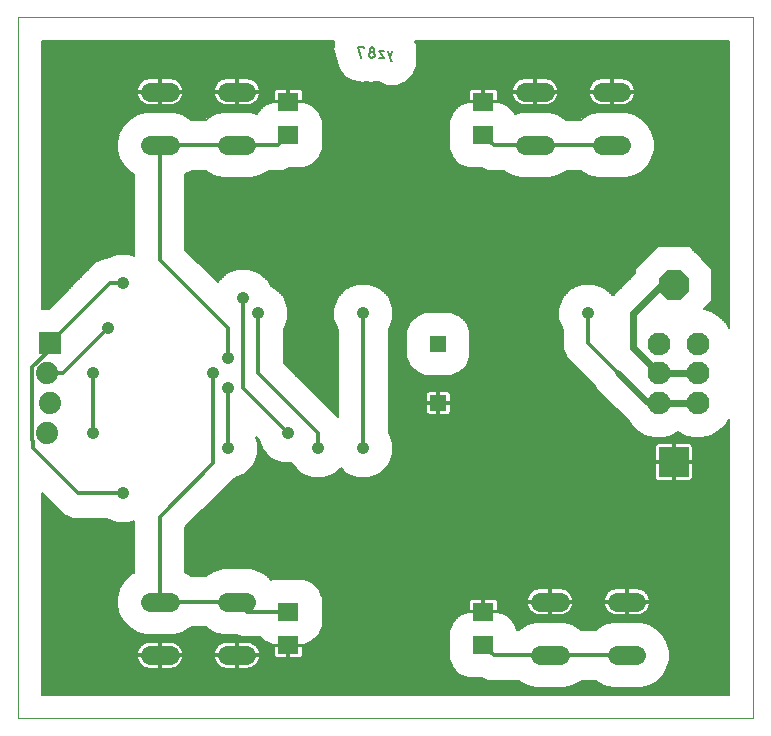
<source format=gbl>
G75*
%MOIN*%
%OFA0B0*%
%FSLAX25Y25*%
%IPPOS*%
%LPD*%
%AMOC8*
5,1,8,0,0,1.08239X$1,22.5*
%
%ADD10C,0.00000*%
%ADD11C,0.00600*%
%ADD12OC8,0.10000*%
%ADD13R,0.10000X0.10000*%
%ADD14R,0.07087X0.06299*%
%ADD15R,0.07400X0.07400*%
%ADD16C,0.07400*%
%ADD17C,0.06400*%
%ADD18C,0.07600*%
%ADD19R,0.05550X0.05550*%
%ADD20C,0.04165*%
%ADD21C,0.01200*%
%ADD22C,0.02000*%
%ADD23C,0.02400*%
D10*
X0001600Y0001600D02*
X0001600Y0235301D01*
X0246521Y0235301D01*
X0246521Y0001600D01*
X0001600Y0001600D01*
D11*
X0009500Y0009500D02*
X0009500Y0076679D01*
X0016785Y0069394D01*
X0019909Y0068100D01*
X0031035Y0068100D01*
X0034614Y0066617D01*
X0038586Y0066617D01*
X0040300Y0067327D01*
X0040300Y0050257D01*
X0038784Y0049382D01*
X0036718Y0047316D01*
X0035256Y0044784D01*
X0034500Y0041961D01*
X0034500Y0039039D01*
X0035256Y0036216D01*
X0036718Y0033684D01*
X0038784Y0031618D01*
X0041316Y0030156D01*
X0044139Y0029400D01*
X0053461Y0029400D01*
X0056284Y0030156D01*
X0058816Y0031618D01*
X0059198Y0032000D01*
X0064002Y0032000D01*
X0064384Y0031618D01*
X0066916Y0030156D01*
X0069739Y0029400D01*
X0074195Y0029400D01*
X0076097Y0028612D01*
X0082235Y0028612D01*
X0083582Y0027265D01*
X0086485Y0026062D01*
X0091300Y0026062D01*
X0091300Y0025788D01*
X0091900Y0025788D01*
X0091900Y0021639D01*
X0095314Y0021639D01*
X0095645Y0021727D01*
X0095942Y0021898D01*
X0096184Y0022140D01*
X0096355Y0022437D01*
X0096443Y0022767D01*
X0096443Y0025788D01*
X0091900Y0025788D01*
X0091900Y0026062D01*
X0096715Y0026062D01*
X0099618Y0027265D01*
X0101841Y0029487D01*
X0103043Y0032391D01*
X0103043Y0041833D01*
X0101841Y0044736D01*
X0099618Y0046959D01*
X0096715Y0048161D01*
X0086485Y0048161D01*
X0085885Y0047913D01*
X0084416Y0049382D01*
X0081884Y0050844D01*
X0079061Y0051600D01*
X0069739Y0051600D01*
X0066916Y0050844D01*
X0064384Y0049382D01*
X0064002Y0049000D01*
X0059198Y0049000D01*
X0058816Y0049382D01*
X0057300Y0050257D01*
X0057300Y0065279D01*
X0071415Y0079394D01*
X0073675Y0081654D01*
X0077255Y0083137D01*
X0080063Y0085945D01*
X0081583Y0089614D01*
X0081583Y0093586D01*
X0080868Y0095311D01*
X0081654Y0094525D01*
X0083137Y0090945D01*
X0085945Y0088137D01*
X0089614Y0086617D01*
X0092859Y0086617D01*
X0093137Y0085945D01*
X0095945Y0083137D01*
X0099614Y0081617D01*
X0103586Y0081617D01*
X0107255Y0083137D01*
X0109100Y0084982D01*
X0110945Y0083137D01*
X0114614Y0081617D01*
X0118586Y0081617D01*
X0122255Y0083137D01*
X0125063Y0085945D01*
X0126583Y0089614D01*
X0126583Y0093586D01*
X0125100Y0097165D01*
X0125100Y0131035D01*
X0126583Y0134614D01*
X0126583Y0138586D01*
X0125063Y0142255D01*
X0122255Y0145063D01*
X0118586Y0146583D01*
X0114614Y0146583D01*
X0110945Y0145063D01*
X0108137Y0142255D01*
X0106617Y0138586D01*
X0106617Y0134614D01*
X0108100Y0131035D01*
X0108100Y0102121D01*
X0090100Y0120121D01*
X0090100Y0131035D01*
X0091583Y0134614D01*
X0091583Y0138586D01*
X0090063Y0142255D01*
X0087255Y0145063D01*
X0085705Y0145705D01*
X0085063Y0147255D01*
X0082255Y0150063D01*
X0078586Y0151583D01*
X0074614Y0151583D01*
X0070945Y0150063D01*
X0068137Y0147255D01*
X0068087Y0147134D01*
X0057300Y0157921D01*
X0057300Y0182943D01*
X0058816Y0183818D01*
X0059198Y0184200D01*
X0064002Y0184200D01*
X0064384Y0183818D01*
X0066916Y0182356D01*
X0069739Y0181600D01*
X0079061Y0181600D01*
X0081884Y0182356D01*
X0084416Y0183818D01*
X0084798Y0184200D01*
X0089903Y0184200D01*
X0091927Y0185039D01*
X0096715Y0185039D01*
X0099618Y0186241D01*
X0101841Y0188464D01*
X0103043Y0191367D01*
X0103043Y0200809D01*
X0101841Y0203713D01*
X0099618Y0205935D01*
X0096715Y0207138D01*
X0091900Y0207138D01*
X0091900Y0207412D01*
X0091300Y0207412D01*
X0091300Y0211561D01*
X0087886Y0211561D01*
X0087555Y0211473D01*
X0087258Y0211302D01*
X0087016Y0211060D01*
X0086845Y0210763D01*
X0086757Y0210433D01*
X0086757Y0207412D01*
X0091300Y0207412D01*
X0091300Y0207138D01*
X0086485Y0207138D01*
X0083582Y0205935D01*
X0081359Y0203713D01*
X0081162Y0203237D01*
X0079061Y0203800D01*
X0069739Y0203800D01*
X0066916Y0203044D01*
X0064384Y0201582D01*
X0064002Y0201200D01*
X0059198Y0201200D01*
X0058816Y0201582D01*
X0056284Y0203044D01*
X0053461Y0203800D01*
X0044139Y0203800D01*
X0041316Y0203044D01*
X0038784Y0201582D01*
X0036718Y0199516D01*
X0035256Y0196984D01*
X0034500Y0194161D01*
X0034500Y0191239D01*
X0035256Y0188416D01*
X0036718Y0185884D01*
X0038784Y0183818D01*
X0040300Y0182943D01*
X0040300Y0155873D01*
X0038586Y0156583D01*
X0034614Y0156583D01*
X0031035Y0155100D01*
X0030409Y0155100D01*
X0027285Y0153806D01*
X0011679Y0138200D01*
X0009500Y0138200D01*
X0009500Y0227401D01*
X0106875Y0227401D01*
X0106680Y0226931D01*
X0106680Y0225800D01*
X0106543Y0224677D01*
X0106680Y0224182D01*
X0106680Y0223669D01*
X0107113Y0222624D01*
X0108360Y0218134D01*
X0110370Y0215564D01*
X0113210Y0213959D01*
X0116448Y0213563D01*
X0117595Y0213881D01*
X0119424Y0213559D01*
X0119424Y0213559D01*
X0120262Y0213707D01*
X0120278Y0213700D01*
X0121555Y0213700D01*
X0122515Y0213302D01*
X0123714Y0212703D01*
X0124014Y0212682D01*
X0124291Y0212567D01*
X0125631Y0212567D01*
X0126968Y0212472D01*
X0127253Y0212567D01*
X0127931Y0212567D01*
X0130945Y0213815D01*
X0133252Y0216122D01*
X0134500Y0219136D01*
X0134500Y0222398D01*
X0134419Y0222593D01*
X0134595Y0223121D01*
X0134364Y0226375D01*
X0133851Y0227401D01*
X0238621Y0227401D01*
X0238621Y0131612D01*
X0237458Y0133626D01*
X0235280Y0135805D01*
X0232612Y0137345D01*
X0230147Y0138006D01*
X0232925Y0140784D01*
X0232925Y0151471D01*
X0225369Y0159028D01*
X0214682Y0159028D01*
X0207125Y0151471D01*
X0207125Y0149995D01*
X0199724Y0142593D01*
X0197255Y0145063D01*
X0193586Y0146583D01*
X0189614Y0146583D01*
X0185945Y0145063D01*
X0183137Y0142255D01*
X0181617Y0138586D01*
X0181617Y0134614D01*
X0183100Y0131035D01*
X0183100Y0124909D01*
X0184394Y0121785D01*
X0193655Y0112524D01*
X0194055Y0111559D01*
X0205334Y0100279D01*
X0205742Y0099574D01*
X0207920Y0097395D01*
X0210588Y0095855D01*
X0213564Y0095057D01*
X0216644Y0095057D01*
X0219620Y0095855D01*
X0221600Y0096998D01*
X0223580Y0095855D01*
X0226556Y0095057D01*
X0229636Y0095057D01*
X0232612Y0095855D01*
X0235280Y0097395D01*
X0237458Y0099574D01*
X0238621Y0101588D01*
X0238621Y0009500D01*
X0009500Y0009500D01*
X0009500Y0009979D02*
X0238621Y0009979D01*
X0238621Y0010578D02*
X0009500Y0010578D01*
X0009500Y0011176D02*
X0238621Y0011176D01*
X0238621Y0011775D02*
X0209713Y0011775D01*
X0209061Y0011600D02*
X0211884Y0012356D01*
X0214416Y0013818D01*
X0216482Y0015884D01*
X0217944Y0018416D01*
X0218700Y0021239D01*
X0218700Y0024161D01*
X0217944Y0026984D01*
X0216482Y0029516D01*
X0214416Y0031582D01*
X0211884Y0033044D01*
X0209061Y0033800D01*
X0199739Y0033800D01*
X0196916Y0033044D01*
X0194384Y0031582D01*
X0194002Y0031200D01*
X0189198Y0031200D01*
X0188816Y0031582D01*
X0186284Y0033044D01*
X0183461Y0033800D01*
X0174139Y0033800D01*
X0171316Y0033044D01*
X0168784Y0031582D01*
X0168402Y0031200D01*
X0167881Y0031200D01*
X0166841Y0033713D01*
X0164618Y0035935D01*
X0161715Y0037138D01*
X0156900Y0037138D01*
X0156900Y0037412D01*
X0156300Y0037412D01*
X0156300Y0041561D01*
X0152886Y0041561D01*
X0152555Y0041473D01*
X0152258Y0041302D01*
X0152016Y0041060D01*
X0151845Y0040763D01*
X0151757Y0040433D01*
X0151757Y0037412D01*
X0156300Y0037412D01*
X0156300Y0037138D01*
X0151485Y0037138D01*
X0148582Y0035935D01*
X0146359Y0033713D01*
X0145157Y0030809D01*
X0145157Y0021367D01*
X0146359Y0018464D01*
X0148582Y0016241D01*
X0151485Y0015039D01*
X0156273Y0015039D01*
X0158297Y0014200D01*
X0168402Y0014200D01*
X0168784Y0013818D01*
X0171316Y0012356D01*
X0174139Y0011600D01*
X0183461Y0011600D01*
X0186284Y0012356D01*
X0188816Y0013818D01*
X0189198Y0014200D01*
X0194002Y0014200D01*
X0194384Y0013818D01*
X0196916Y0012356D01*
X0199739Y0011600D01*
X0209061Y0011600D01*
X0211913Y0012373D02*
X0238621Y0012373D01*
X0238621Y0012972D02*
X0212950Y0012972D01*
X0213987Y0013570D02*
X0238621Y0013570D01*
X0238621Y0014169D02*
X0214766Y0014169D01*
X0215365Y0014767D02*
X0238621Y0014767D01*
X0238621Y0015366D02*
X0215964Y0015366D01*
X0216528Y0015964D02*
X0238621Y0015964D01*
X0238621Y0016563D02*
X0216874Y0016563D01*
X0217219Y0017161D02*
X0238621Y0017161D01*
X0238621Y0017760D02*
X0217565Y0017760D01*
X0217910Y0018358D02*
X0238621Y0018358D01*
X0238621Y0018957D02*
X0218089Y0018957D01*
X0218249Y0019555D02*
X0238621Y0019555D01*
X0238621Y0020154D02*
X0218409Y0020154D01*
X0218570Y0020752D02*
X0238621Y0020752D01*
X0238621Y0021351D02*
X0218700Y0021351D01*
X0218700Y0021949D02*
X0238621Y0021949D01*
X0238621Y0022548D02*
X0218700Y0022548D01*
X0218700Y0023146D02*
X0238621Y0023146D01*
X0238621Y0023745D02*
X0218700Y0023745D01*
X0218651Y0024343D02*
X0238621Y0024343D01*
X0238621Y0024942D02*
X0218491Y0024942D01*
X0218330Y0025540D02*
X0238621Y0025540D01*
X0238621Y0026139D02*
X0218170Y0026139D01*
X0218010Y0026737D02*
X0238621Y0026737D01*
X0238621Y0027336D02*
X0217741Y0027336D01*
X0217395Y0027934D02*
X0238621Y0027934D01*
X0238621Y0028533D02*
X0217049Y0028533D01*
X0216704Y0029132D02*
X0238621Y0029132D01*
X0238621Y0029730D02*
X0216268Y0029730D01*
X0215669Y0030329D02*
X0238621Y0030329D01*
X0238621Y0030927D02*
X0215071Y0030927D01*
X0214472Y0031526D02*
X0238621Y0031526D01*
X0238621Y0032124D02*
X0213477Y0032124D01*
X0212440Y0032723D02*
X0238621Y0032723D01*
X0238621Y0033321D02*
X0210849Y0033321D01*
X0209327Y0036330D02*
X0209959Y0036651D01*
X0210532Y0037068D01*
X0211032Y0037568D01*
X0211449Y0038141D01*
X0211770Y0038773D01*
X0211989Y0039446D01*
X0212100Y0040146D01*
X0212100Y0040200D01*
X0204700Y0040200D01*
X0204700Y0040800D01*
X0204100Y0040800D01*
X0204100Y0045000D01*
X0200846Y0045000D01*
X0200146Y0044889D01*
X0199473Y0044670D01*
X0198841Y0044349D01*
X0198268Y0043932D01*
X0197768Y0043432D01*
X0197351Y0042859D01*
X0197030Y0042227D01*
X0196811Y0041554D01*
X0196700Y0040854D01*
X0196700Y0040800D01*
X0204100Y0040800D01*
X0204100Y0040200D01*
X0204700Y0040200D01*
X0204700Y0036000D01*
X0207954Y0036000D01*
X0208654Y0036111D01*
X0209327Y0036330D01*
X0209278Y0036314D02*
X0238621Y0036314D01*
X0238621Y0036912D02*
X0210318Y0036912D01*
X0210975Y0037511D02*
X0238621Y0037511D01*
X0238621Y0038109D02*
X0211425Y0038109D01*
X0211737Y0038708D02*
X0238621Y0038708D01*
X0238621Y0039306D02*
X0211944Y0039306D01*
X0212062Y0039905D02*
X0238621Y0039905D01*
X0238621Y0040503D02*
X0204700Y0040503D01*
X0204700Y0040800D02*
X0212100Y0040800D01*
X0212100Y0040854D01*
X0211989Y0041554D01*
X0211770Y0042227D01*
X0211449Y0042859D01*
X0211032Y0043432D01*
X0210532Y0043932D01*
X0209959Y0044349D01*
X0209327Y0044670D01*
X0208654Y0044889D01*
X0207954Y0045000D01*
X0204700Y0045000D01*
X0204700Y0040800D01*
X0204700Y0041102D02*
X0204100Y0041102D01*
X0204100Y0041700D02*
X0204700Y0041700D01*
X0204700Y0042299D02*
X0204100Y0042299D01*
X0204100Y0042897D02*
X0204700Y0042897D01*
X0204700Y0043496D02*
X0204100Y0043496D01*
X0204100Y0044094D02*
X0204700Y0044094D01*
X0204700Y0044693D02*
X0204100Y0044693D01*
X0204100Y0040503D02*
X0179100Y0040503D01*
X0179100Y0040800D02*
X0186500Y0040800D01*
X0186500Y0040854D01*
X0186389Y0041554D01*
X0186170Y0042227D01*
X0185849Y0042859D01*
X0185432Y0043432D01*
X0184932Y0043932D01*
X0184359Y0044349D01*
X0183727Y0044670D01*
X0183054Y0044889D01*
X0182354Y0045000D01*
X0179100Y0045000D01*
X0179100Y0040800D01*
X0178500Y0040800D01*
X0178500Y0045000D01*
X0175246Y0045000D01*
X0174546Y0044889D01*
X0173873Y0044670D01*
X0173241Y0044349D01*
X0172668Y0043932D01*
X0172168Y0043432D01*
X0171751Y0042859D01*
X0171430Y0042227D01*
X0171211Y0041554D01*
X0171100Y0040854D01*
X0171100Y0040800D01*
X0178500Y0040800D01*
X0178500Y0040200D01*
X0179100Y0040200D01*
X0179100Y0040800D01*
X0179100Y0041102D02*
X0178500Y0041102D01*
X0178500Y0041700D02*
X0179100Y0041700D01*
X0179100Y0042299D02*
X0178500Y0042299D01*
X0178500Y0042897D02*
X0179100Y0042897D01*
X0179100Y0043496D02*
X0178500Y0043496D01*
X0178500Y0044094D02*
X0179100Y0044094D01*
X0179100Y0044693D02*
X0178500Y0044693D01*
X0178500Y0040503D02*
X0161424Y0040503D01*
X0161443Y0040433D02*
X0161355Y0040763D01*
X0161184Y0041060D01*
X0160942Y0041302D01*
X0160645Y0041473D01*
X0160314Y0041561D01*
X0156900Y0041561D01*
X0156900Y0037412D01*
X0161443Y0037412D01*
X0161443Y0040433D01*
X0161443Y0039905D02*
X0171138Y0039905D01*
X0171100Y0040146D02*
X0171211Y0039446D01*
X0171430Y0038773D01*
X0171751Y0038141D01*
X0172168Y0037568D01*
X0172668Y0037068D01*
X0173241Y0036651D01*
X0173873Y0036330D01*
X0174546Y0036111D01*
X0175246Y0036000D01*
X0178500Y0036000D01*
X0178500Y0040200D01*
X0171100Y0040200D01*
X0171100Y0040146D01*
X0171256Y0039306D02*
X0161443Y0039306D01*
X0161443Y0038708D02*
X0171463Y0038708D01*
X0171775Y0038109D02*
X0161443Y0038109D01*
X0161443Y0037511D02*
X0172225Y0037511D01*
X0172882Y0036912D02*
X0162259Y0036912D01*
X0163704Y0036314D02*
X0173922Y0036314D01*
X0178500Y0036314D02*
X0179100Y0036314D01*
X0179100Y0036000D02*
X0182354Y0036000D01*
X0183054Y0036111D01*
X0183727Y0036330D01*
X0184359Y0036651D01*
X0184932Y0037068D01*
X0185432Y0037568D01*
X0185849Y0038141D01*
X0186170Y0038773D01*
X0186389Y0039446D01*
X0186500Y0040146D01*
X0186500Y0040200D01*
X0179100Y0040200D01*
X0179100Y0036000D01*
X0179100Y0036912D02*
X0178500Y0036912D01*
X0178500Y0037511D02*
X0179100Y0037511D01*
X0179100Y0038109D02*
X0178500Y0038109D01*
X0178500Y0038708D02*
X0179100Y0038708D01*
X0179100Y0039306D02*
X0178500Y0039306D01*
X0178500Y0039905D02*
X0179100Y0039905D01*
X0183678Y0036314D02*
X0199522Y0036314D01*
X0199473Y0036330D02*
X0200146Y0036111D01*
X0200846Y0036000D01*
X0204100Y0036000D01*
X0204100Y0040200D01*
X0196700Y0040200D01*
X0196700Y0040146D01*
X0196811Y0039446D01*
X0197030Y0038773D01*
X0197351Y0038141D01*
X0197768Y0037568D01*
X0198268Y0037068D01*
X0198841Y0036651D01*
X0199473Y0036330D01*
X0198482Y0036912D02*
X0184718Y0036912D01*
X0185375Y0037511D02*
X0197825Y0037511D01*
X0197375Y0038109D02*
X0185825Y0038109D01*
X0186137Y0038708D02*
X0197063Y0038708D01*
X0196856Y0039306D02*
X0186344Y0039306D01*
X0186462Y0039905D02*
X0196738Y0039905D01*
X0196739Y0041102D02*
X0186461Y0041102D01*
X0186342Y0041700D02*
X0196858Y0041700D01*
X0197066Y0042299D02*
X0186134Y0042299D01*
X0185821Y0042897D02*
X0197379Y0042897D01*
X0197832Y0043496D02*
X0185368Y0043496D01*
X0184709Y0044094D02*
X0198491Y0044094D01*
X0199542Y0044693D02*
X0183658Y0044693D01*
X0173942Y0044693D02*
X0101859Y0044693D01*
X0102107Y0044094D02*
X0172891Y0044094D01*
X0172232Y0043496D02*
X0102354Y0043496D01*
X0102602Y0042897D02*
X0171779Y0042897D01*
X0171466Y0042299D02*
X0102850Y0042299D01*
X0103043Y0041700D02*
X0171258Y0041700D01*
X0171139Y0041102D02*
X0161141Y0041102D01*
X0156900Y0041102D02*
X0156300Y0041102D01*
X0156300Y0040503D02*
X0156900Y0040503D01*
X0156900Y0039905D02*
X0156300Y0039905D01*
X0156300Y0039306D02*
X0156900Y0039306D01*
X0156900Y0038708D02*
X0156300Y0038708D01*
X0156300Y0038109D02*
X0156900Y0038109D01*
X0156900Y0037511D02*
X0156300Y0037511D01*
X0151757Y0037511D02*
X0103043Y0037511D01*
X0103043Y0038109D02*
X0151757Y0038109D01*
X0151757Y0038708D02*
X0103043Y0038708D01*
X0103043Y0039306D02*
X0151757Y0039306D01*
X0151757Y0039905D02*
X0103043Y0039905D01*
X0103043Y0040503D02*
X0151776Y0040503D01*
X0152059Y0041102D02*
X0103043Y0041102D01*
X0103043Y0036912D02*
X0150941Y0036912D01*
X0149496Y0036314D02*
X0103043Y0036314D01*
X0103043Y0035715D02*
X0148362Y0035715D01*
X0147763Y0035117D02*
X0103043Y0035117D01*
X0103043Y0034518D02*
X0147165Y0034518D01*
X0146566Y0033920D02*
X0103043Y0033920D01*
X0103043Y0033321D02*
X0146197Y0033321D01*
X0145949Y0032723D02*
X0103043Y0032723D01*
X0102933Y0032124D02*
X0145701Y0032124D01*
X0145453Y0031526D02*
X0102685Y0031526D01*
X0102437Y0030927D02*
X0145206Y0030927D01*
X0145157Y0030329D02*
X0102189Y0030329D01*
X0101941Y0029730D02*
X0145157Y0029730D01*
X0145157Y0029132D02*
X0101485Y0029132D01*
X0100886Y0028533D02*
X0145157Y0028533D01*
X0145157Y0027934D02*
X0100288Y0027934D01*
X0099689Y0027336D02*
X0145157Y0027336D01*
X0145157Y0026737D02*
X0098345Y0026737D01*
X0096900Y0026139D02*
X0145157Y0026139D01*
X0145157Y0025540D02*
X0096443Y0025540D01*
X0096443Y0024942D02*
X0145157Y0024942D01*
X0145157Y0024343D02*
X0096443Y0024343D01*
X0096443Y0023745D02*
X0145157Y0023745D01*
X0145157Y0023146D02*
X0096443Y0023146D01*
X0096384Y0022548D02*
X0145157Y0022548D01*
X0145157Y0021949D02*
X0095993Y0021949D01*
X0091900Y0021949D02*
X0091300Y0021949D01*
X0091300Y0021639D02*
X0091300Y0025788D01*
X0086757Y0025788D01*
X0086757Y0022767D01*
X0086845Y0022437D01*
X0087016Y0022140D01*
X0087258Y0021898D01*
X0087555Y0021727D01*
X0087886Y0021639D01*
X0091300Y0021639D01*
X0091300Y0022548D02*
X0091900Y0022548D01*
X0091900Y0023146D02*
X0091300Y0023146D01*
X0091300Y0023745D02*
X0091900Y0023745D01*
X0091900Y0024343D02*
X0091300Y0024343D01*
X0091300Y0024942D02*
X0091900Y0024942D01*
X0091900Y0025540D02*
X0091300Y0025540D01*
X0087207Y0021949D02*
X0082037Y0021949D01*
X0081989Y0021646D02*
X0082100Y0022346D01*
X0082100Y0022400D01*
X0074700Y0022400D01*
X0074700Y0023000D01*
X0074100Y0023000D01*
X0074100Y0027200D01*
X0070846Y0027200D01*
X0070146Y0027089D01*
X0069473Y0026870D01*
X0068841Y0026549D01*
X0068268Y0026132D01*
X0067768Y0025632D01*
X0067351Y0025059D01*
X0067030Y0024427D01*
X0066811Y0023754D01*
X0066700Y0023054D01*
X0066700Y0023000D01*
X0074100Y0023000D01*
X0074100Y0022400D01*
X0074700Y0022400D01*
X0074700Y0018200D01*
X0077954Y0018200D01*
X0078654Y0018311D01*
X0079327Y0018530D01*
X0079959Y0018851D01*
X0080532Y0019268D01*
X0081032Y0019768D01*
X0081449Y0020341D01*
X0081770Y0020973D01*
X0081989Y0021646D01*
X0081893Y0021351D02*
X0145163Y0021351D01*
X0145411Y0020752D02*
X0081658Y0020752D01*
X0081312Y0020154D02*
X0145659Y0020154D01*
X0145907Y0019555D02*
X0080819Y0019555D01*
X0080104Y0018957D02*
X0146155Y0018957D01*
X0146465Y0018358D02*
X0078800Y0018358D01*
X0074700Y0018358D02*
X0074100Y0018358D01*
X0074100Y0018200D02*
X0074100Y0022400D01*
X0066700Y0022400D01*
X0066700Y0022346D01*
X0066811Y0021646D01*
X0067030Y0020973D01*
X0067351Y0020341D01*
X0067768Y0019768D01*
X0068268Y0019268D01*
X0068841Y0018851D01*
X0069473Y0018530D01*
X0070146Y0018311D01*
X0070846Y0018200D01*
X0074100Y0018200D01*
X0074100Y0018957D02*
X0074700Y0018957D01*
X0074700Y0019555D02*
X0074100Y0019555D01*
X0074100Y0020154D02*
X0074700Y0020154D01*
X0074700Y0020752D02*
X0074100Y0020752D01*
X0074100Y0021351D02*
X0074700Y0021351D01*
X0074700Y0021949D02*
X0074100Y0021949D01*
X0074100Y0022548D02*
X0049100Y0022548D01*
X0049100Y0022400D02*
X0049100Y0023000D01*
X0048500Y0023000D01*
X0048500Y0027200D01*
X0045246Y0027200D01*
X0044546Y0027089D01*
X0043873Y0026870D01*
X0043241Y0026549D01*
X0042668Y0026132D01*
X0042168Y0025632D01*
X0041751Y0025059D01*
X0041430Y0024427D01*
X0041211Y0023754D01*
X0041100Y0023054D01*
X0041100Y0023000D01*
X0048500Y0023000D01*
X0048500Y0022400D01*
X0049100Y0022400D01*
X0056500Y0022400D01*
X0056500Y0022346D01*
X0056389Y0021646D01*
X0056170Y0020973D01*
X0055849Y0020341D01*
X0055432Y0019768D01*
X0054932Y0019268D01*
X0054359Y0018851D01*
X0053727Y0018530D01*
X0053054Y0018311D01*
X0052354Y0018200D01*
X0049100Y0018200D01*
X0049100Y0022400D01*
X0049100Y0021949D02*
X0048500Y0021949D01*
X0048500Y0022400D02*
X0048500Y0018200D01*
X0045246Y0018200D01*
X0044546Y0018311D01*
X0043873Y0018530D01*
X0043241Y0018851D01*
X0042668Y0019268D01*
X0042168Y0019768D01*
X0041751Y0020341D01*
X0041430Y0020973D01*
X0041211Y0021646D01*
X0041100Y0022346D01*
X0041100Y0022400D01*
X0048500Y0022400D01*
X0048500Y0022548D02*
X0009500Y0022548D01*
X0009500Y0023146D02*
X0041115Y0023146D01*
X0041209Y0023745D02*
X0009500Y0023745D01*
X0009500Y0024343D02*
X0041402Y0024343D01*
X0041692Y0024942D02*
X0009500Y0024942D01*
X0009500Y0025540D02*
X0042101Y0025540D01*
X0042677Y0026139D02*
X0009500Y0026139D01*
X0009500Y0026737D02*
X0043612Y0026737D01*
X0042907Y0029730D02*
X0009500Y0029730D01*
X0009500Y0029132D02*
X0074843Y0029132D01*
X0074700Y0027200D02*
X0074700Y0023000D01*
X0082100Y0023000D01*
X0082100Y0023054D01*
X0081989Y0023754D01*
X0081770Y0024427D01*
X0081449Y0025059D01*
X0081032Y0025632D01*
X0080532Y0026132D01*
X0079959Y0026549D01*
X0079327Y0026870D01*
X0078654Y0027089D01*
X0077954Y0027200D01*
X0074700Y0027200D01*
X0074700Y0026737D02*
X0074100Y0026737D01*
X0074100Y0026139D02*
X0074700Y0026139D01*
X0074700Y0025540D02*
X0074100Y0025540D01*
X0074100Y0024942D02*
X0074700Y0024942D01*
X0074700Y0024343D02*
X0074100Y0024343D01*
X0074100Y0023745D02*
X0074700Y0023745D01*
X0074700Y0023146D02*
X0074100Y0023146D01*
X0074700Y0022548D02*
X0086816Y0022548D01*
X0086757Y0023146D02*
X0082085Y0023146D01*
X0081991Y0023745D02*
X0086757Y0023745D01*
X0086757Y0024343D02*
X0081798Y0024343D01*
X0081508Y0024942D02*
X0086757Y0024942D01*
X0086757Y0025540D02*
X0081099Y0025540D01*
X0080523Y0026139D02*
X0086300Y0026139D01*
X0084855Y0026737D02*
X0079588Y0026737D01*
X0082314Y0028533D02*
X0009500Y0028533D01*
X0009500Y0027934D02*
X0082912Y0027934D01*
X0083511Y0027336D02*
X0009500Y0027336D01*
X0009500Y0030329D02*
X0041017Y0030329D01*
X0039981Y0030927D02*
X0009500Y0030927D01*
X0009500Y0031526D02*
X0038944Y0031526D01*
X0038278Y0032124D02*
X0009500Y0032124D01*
X0009500Y0032723D02*
X0037680Y0032723D01*
X0037081Y0033321D02*
X0009500Y0033321D01*
X0009500Y0033920D02*
X0036582Y0033920D01*
X0036236Y0034518D02*
X0009500Y0034518D01*
X0009500Y0035117D02*
X0035891Y0035117D01*
X0035545Y0035715D02*
X0009500Y0035715D01*
X0009500Y0036314D02*
X0035230Y0036314D01*
X0035070Y0036912D02*
X0009500Y0036912D01*
X0009500Y0037511D02*
X0034909Y0037511D01*
X0034749Y0038109D02*
X0009500Y0038109D01*
X0009500Y0038708D02*
X0034589Y0038708D01*
X0034500Y0039306D02*
X0009500Y0039306D01*
X0009500Y0039905D02*
X0034500Y0039905D01*
X0034500Y0040503D02*
X0009500Y0040503D01*
X0009500Y0041102D02*
X0034500Y0041102D01*
X0034500Y0041700D02*
X0009500Y0041700D01*
X0009500Y0042299D02*
X0034590Y0042299D01*
X0034751Y0042897D02*
X0009500Y0042897D01*
X0009500Y0043496D02*
X0034911Y0043496D01*
X0035072Y0044094D02*
X0009500Y0044094D01*
X0009500Y0044693D02*
X0035232Y0044693D01*
X0035549Y0045291D02*
X0009500Y0045291D01*
X0009500Y0045890D02*
X0035895Y0045890D01*
X0036240Y0046488D02*
X0009500Y0046488D01*
X0009500Y0047087D02*
X0036586Y0047087D01*
X0037088Y0047685D02*
X0009500Y0047685D01*
X0009500Y0048284D02*
X0037686Y0048284D01*
X0038285Y0048882D02*
X0009500Y0048882D01*
X0009500Y0049481D02*
X0038955Y0049481D01*
X0039992Y0050079D02*
X0009500Y0050079D01*
X0009500Y0050678D02*
X0040300Y0050678D01*
X0040300Y0051276D02*
X0009500Y0051276D01*
X0009500Y0051875D02*
X0040300Y0051875D01*
X0040300Y0052473D02*
X0009500Y0052473D01*
X0009500Y0053072D02*
X0040300Y0053072D01*
X0040300Y0053670D02*
X0009500Y0053670D01*
X0009500Y0054269D02*
X0040300Y0054269D01*
X0040300Y0054868D02*
X0009500Y0054868D01*
X0009500Y0055466D02*
X0040300Y0055466D01*
X0040300Y0056065D02*
X0009500Y0056065D01*
X0009500Y0056663D02*
X0040300Y0056663D01*
X0040300Y0057262D02*
X0009500Y0057262D01*
X0009500Y0057860D02*
X0040300Y0057860D01*
X0040300Y0058459D02*
X0009500Y0058459D01*
X0009500Y0059057D02*
X0040300Y0059057D01*
X0040300Y0059656D02*
X0009500Y0059656D01*
X0009500Y0060254D02*
X0040300Y0060254D01*
X0040300Y0060853D02*
X0009500Y0060853D01*
X0009500Y0061451D02*
X0040300Y0061451D01*
X0040300Y0062050D02*
X0009500Y0062050D01*
X0009500Y0062648D02*
X0040300Y0062648D01*
X0040300Y0063247D02*
X0009500Y0063247D01*
X0009500Y0063845D02*
X0040300Y0063845D01*
X0040300Y0064444D02*
X0009500Y0064444D01*
X0009500Y0065042D02*
X0040300Y0065042D01*
X0040300Y0065641D02*
X0009500Y0065641D01*
X0009500Y0066239D02*
X0040300Y0066239D01*
X0040300Y0066838D02*
X0039118Y0066838D01*
X0034082Y0066838D02*
X0009500Y0066838D01*
X0009500Y0067436D02*
X0032637Y0067436D01*
X0031192Y0068035D02*
X0009500Y0068035D01*
X0009500Y0068633D02*
X0018622Y0068633D01*
X0017177Y0069232D02*
X0009500Y0069232D01*
X0009500Y0069830D02*
X0016349Y0069830D01*
X0015750Y0070429D02*
X0009500Y0070429D01*
X0009500Y0071027D02*
X0015152Y0071027D01*
X0014553Y0071626D02*
X0009500Y0071626D01*
X0009500Y0072224D02*
X0013955Y0072224D01*
X0013356Y0072823D02*
X0009500Y0072823D01*
X0009500Y0073421D02*
X0012758Y0073421D01*
X0012159Y0074020D02*
X0009500Y0074020D01*
X0009500Y0074618D02*
X0011561Y0074618D01*
X0010962Y0075217D02*
X0009500Y0075217D01*
X0009500Y0075815D02*
X0010364Y0075815D01*
X0009765Y0076414D02*
X0009500Y0076414D01*
X0057300Y0065042D02*
X0238621Y0065042D01*
X0238621Y0064444D02*
X0057300Y0064444D01*
X0057300Y0063845D02*
X0238621Y0063845D01*
X0238621Y0063247D02*
X0057300Y0063247D01*
X0057300Y0062648D02*
X0238621Y0062648D01*
X0238621Y0062050D02*
X0057300Y0062050D01*
X0057300Y0061451D02*
X0238621Y0061451D01*
X0238621Y0060853D02*
X0057300Y0060853D01*
X0057300Y0060254D02*
X0238621Y0060254D01*
X0238621Y0059656D02*
X0057300Y0059656D01*
X0057300Y0059057D02*
X0238621Y0059057D01*
X0238621Y0058459D02*
X0057300Y0058459D01*
X0057300Y0057860D02*
X0238621Y0057860D01*
X0238621Y0057262D02*
X0057300Y0057262D01*
X0057300Y0056663D02*
X0238621Y0056663D01*
X0238621Y0056065D02*
X0057300Y0056065D01*
X0057300Y0055466D02*
X0238621Y0055466D01*
X0238621Y0054868D02*
X0057300Y0054868D01*
X0057300Y0054269D02*
X0238621Y0054269D01*
X0238621Y0053670D02*
X0057300Y0053670D01*
X0057300Y0053072D02*
X0238621Y0053072D01*
X0238621Y0052473D02*
X0057300Y0052473D01*
X0057300Y0051875D02*
X0238621Y0051875D01*
X0238621Y0051276D02*
X0080269Y0051276D01*
X0082171Y0050678D02*
X0238621Y0050678D01*
X0238621Y0050079D02*
X0083208Y0050079D01*
X0084245Y0049481D02*
X0238621Y0049481D01*
X0238621Y0048882D02*
X0084915Y0048882D01*
X0085514Y0048284D02*
X0238621Y0048284D01*
X0238621Y0047685D02*
X0097864Y0047685D01*
X0099309Y0047087D02*
X0238621Y0047087D01*
X0238621Y0046488D02*
X0100089Y0046488D01*
X0100687Y0045890D02*
X0238621Y0045890D01*
X0238621Y0045291D02*
X0101286Y0045291D01*
X0070000Y0018358D02*
X0053200Y0018358D01*
X0054504Y0018957D02*
X0068696Y0018957D01*
X0067981Y0019555D02*
X0055219Y0019555D01*
X0055712Y0020154D02*
X0067488Y0020154D01*
X0067142Y0020752D02*
X0056058Y0020752D01*
X0056293Y0021351D02*
X0066907Y0021351D01*
X0066763Y0021949D02*
X0056437Y0021949D01*
X0056500Y0023000D02*
X0056500Y0023054D01*
X0056389Y0023754D01*
X0056170Y0024427D01*
X0055849Y0025059D01*
X0055432Y0025632D01*
X0054932Y0026132D01*
X0054359Y0026549D01*
X0053727Y0026870D01*
X0053054Y0027089D01*
X0052354Y0027200D01*
X0049100Y0027200D01*
X0049100Y0023000D01*
X0056500Y0023000D01*
X0056485Y0023146D02*
X0066715Y0023146D01*
X0066809Y0023745D02*
X0056391Y0023745D01*
X0056198Y0024343D02*
X0067002Y0024343D01*
X0067292Y0024942D02*
X0055908Y0024942D01*
X0055499Y0025540D02*
X0067701Y0025540D01*
X0068277Y0026139D02*
X0054923Y0026139D01*
X0053988Y0026737D02*
X0069212Y0026737D01*
X0068507Y0029730D02*
X0054693Y0029730D01*
X0056583Y0030329D02*
X0066617Y0030329D01*
X0065581Y0030927D02*
X0057619Y0030927D01*
X0058656Y0031526D02*
X0064544Y0031526D01*
X0049100Y0026737D02*
X0048500Y0026737D01*
X0048500Y0026139D02*
X0049100Y0026139D01*
X0049100Y0025540D02*
X0048500Y0025540D01*
X0048500Y0024942D02*
X0049100Y0024942D01*
X0049100Y0024343D02*
X0048500Y0024343D01*
X0048500Y0023745D02*
X0049100Y0023745D01*
X0049100Y0023146D02*
X0048500Y0023146D01*
X0048500Y0021351D02*
X0049100Y0021351D01*
X0049100Y0020752D02*
X0048500Y0020752D01*
X0048500Y0020154D02*
X0049100Y0020154D01*
X0049100Y0019555D02*
X0048500Y0019555D01*
X0048500Y0018957D02*
X0049100Y0018957D01*
X0049100Y0018358D02*
X0048500Y0018358D01*
X0044400Y0018358D02*
X0009500Y0018358D01*
X0009500Y0017760D02*
X0147063Y0017760D01*
X0147662Y0017161D02*
X0009500Y0017161D01*
X0009500Y0016563D02*
X0148260Y0016563D01*
X0149250Y0015964D02*
X0009500Y0015964D01*
X0009500Y0015366D02*
X0150695Y0015366D01*
X0156928Y0014767D02*
X0009500Y0014767D01*
X0009500Y0014169D02*
X0168433Y0014169D01*
X0169213Y0013570D02*
X0009500Y0013570D01*
X0009500Y0012972D02*
X0170250Y0012972D01*
X0171287Y0012373D02*
X0009500Y0012373D01*
X0009500Y0011775D02*
X0173487Y0011775D01*
X0184113Y0011775D02*
X0199087Y0011775D01*
X0196887Y0012373D02*
X0186313Y0012373D01*
X0187350Y0012972D02*
X0195850Y0012972D01*
X0194813Y0013570D02*
X0188387Y0013570D01*
X0189166Y0014169D02*
X0194033Y0014169D01*
X0194328Y0031526D02*
X0188872Y0031526D01*
X0187877Y0032124D02*
X0195323Y0032124D01*
X0196360Y0032723D02*
X0186840Y0032723D01*
X0185249Y0033321D02*
X0197951Y0033321D01*
X0204100Y0036314D02*
X0204700Y0036314D01*
X0204700Y0036912D02*
X0204100Y0036912D01*
X0204100Y0037511D02*
X0204700Y0037511D01*
X0204700Y0038109D02*
X0204100Y0038109D01*
X0204100Y0038708D02*
X0204700Y0038708D01*
X0204700Y0039306D02*
X0204100Y0039306D01*
X0204100Y0039905D02*
X0204700Y0039905D01*
X0209258Y0044693D02*
X0238621Y0044693D01*
X0238621Y0044094D02*
X0210309Y0044094D01*
X0210968Y0043496D02*
X0238621Y0043496D01*
X0238621Y0042897D02*
X0211421Y0042897D01*
X0211734Y0042299D02*
X0238621Y0042299D01*
X0238621Y0041700D02*
X0211942Y0041700D01*
X0212061Y0041102D02*
X0238621Y0041102D01*
X0238621Y0035715D02*
X0164838Y0035715D01*
X0165437Y0035117D02*
X0238621Y0035117D01*
X0238621Y0034518D02*
X0166035Y0034518D01*
X0166634Y0033920D02*
X0238621Y0033920D01*
X0238621Y0065641D02*
X0057662Y0065641D01*
X0058260Y0066239D02*
X0238621Y0066239D01*
X0238621Y0066838D02*
X0058859Y0066838D01*
X0059457Y0067436D02*
X0238621Y0067436D01*
X0238621Y0068035D02*
X0060056Y0068035D01*
X0060654Y0068633D02*
X0238621Y0068633D01*
X0238621Y0069232D02*
X0061253Y0069232D01*
X0061851Y0069830D02*
X0238621Y0069830D01*
X0238621Y0070429D02*
X0062450Y0070429D01*
X0063048Y0071027D02*
X0238621Y0071027D01*
X0238621Y0071626D02*
X0063647Y0071626D01*
X0064245Y0072224D02*
X0238621Y0072224D01*
X0238621Y0072823D02*
X0064844Y0072823D01*
X0065442Y0073421D02*
X0238621Y0073421D01*
X0238621Y0074020D02*
X0066041Y0074020D01*
X0066639Y0074618D02*
X0238621Y0074618D01*
X0238621Y0075217D02*
X0067238Y0075217D01*
X0067836Y0075815D02*
X0238621Y0075815D01*
X0238621Y0076414D02*
X0068435Y0076414D01*
X0069033Y0077012D02*
X0238621Y0077012D01*
X0238621Y0077611D02*
X0069632Y0077611D01*
X0070230Y0078209D02*
X0238621Y0078209D01*
X0238621Y0078808D02*
X0070829Y0078808D01*
X0071427Y0079406D02*
X0238621Y0079406D01*
X0238621Y0080005D02*
X0072026Y0080005D01*
X0072624Y0080603D02*
X0238621Y0080603D01*
X0238621Y0081202D02*
X0225993Y0081202D01*
X0226065Y0081274D02*
X0226237Y0081571D01*
X0226325Y0081901D01*
X0226325Y0086772D01*
X0220325Y0086772D01*
X0220325Y0080772D01*
X0225196Y0080772D01*
X0225527Y0080861D01*
X0225823Y0081032D01*
X0226065Y0081274D01*
X0226298Y0081801D02*
X0238621Y0081801D01*
X0238621Y0082399D02*
X0226325Y0082399D01*
X0226325Y0082998D02*
X0238621Y0082998D01*
X0238621Y0083596D02*
X0226325Y0083596D01*
X0226325Y0084195D02*
X0238621Y0084195D01*
X0238621Y0084793D02*
X0226325Y0084793D01*
X0226325Y0085392D02*
X0238621Y0085392D01*
X0238621Y0085990D02*
X0226325Y0085990D01*
X0226325Y0086589D02*
X0238621Y0086589D01*
X0238621Y0087187D02*
X0220325Y0087187D01*
X0220325Y0087372D02*
X0226325Y0087372D01*
X0226325Y0092244D01*
X0226237Y0092574D01*
X0238621Y0092574D01*
X0238621Y0093172D02*
X0225720Y0093172D01*
X0225823Y0093113D02*
X0225527Y0093284D01*
X0225196Y0093372D01*
X0220325Y0093372D01*
X0220325Y0087372D01*
X0220325Y0086772D01*
X0219725Y0086772D01*
X0219725Y0080772D01*
X0214854Y0080772D01*
X0214523Y0080861D01*
X0214227Y0081032D01*
X0213985Y0081274D01*
X0213814Y0081571D01*
X0213725Y0081901D01*
X0213725Y0086772D01*
X0219725Y0086772D01*
X0219725Y0087372D01*
X0213725Y0087372D01*
X0213725Y0092244D01*
X0213814Y0092574D01*
X0213985Y0092871D01*
X0214227Y0093113D01*
X0214523Y0093284D01*
X0214854Y0093372D01*
X0219725Y0093372D01*
X0219725Y0087372D01*
X0220325Y0087372D01*
X0220325Y0087786D02*
X0219725Y0087786D01*
X0219725Y0088384D02*
X0220325Y0088384D01*
X0220325Y0088983D02*
X0219725Y0088983D01*
X0219725Y0089581D02*
X0220325Y0089581D01*
X0220325Y0090180D02*
X0219725Y0090180D01*
X0219725Y0090778D02*
X0220325Y0090778D01*
X0220325Y0091377D02*
X0219725Y0091377D01*
X0219725Y0091975D02*
X0220325Y0091975D01*
X0220325Y0092574D02*
X0219725Y0092574D01*
X0219725Y0093172D02*
X0220325Y0093172D01*
X0218543Y0095566D02*
X0224657Y0095566D01*
X0223043Y0096165D02*
X0220157Y0096165D01*
X0221193Y0096763D02*
X0222006Y0096763D01*
X0225823Y0093113D02*
X0226065Y0092871D01*
X0226237Y0092574D01*
X0226325Y0091975D02*
X0238621Y0091975D01*
X0238621Y0091377D02*
X0226325Y0091377D01*
X0226325Y0090778D02*
X0238621Y0090778D01*
X0238621Y0090180D02*
X0226325Y0090180D01*
X0226325Y0089581D02*
X0238621Y0089581D01*
X0238621Y0088983D02*
X0226325Y0088983D01*
X0226325Y0088384D02*
X0238621Y0088384D01*
X0238621Y0087786D02*
X0226325Y0087786D01*
X0220325Y0086589D02*
X0219725Y0086589D01*
X0219725Y0087187D02*
X0125577Y0087187D01*
X0125329Y0086589D02*
X0213725Y0086589D01*
X0213725Y0085990D02*
X0125081Y0085990D01*
X0124509Y0085392D02*
X0213725Y0085392D01*
X0213725Y0084793D02*
X0123911Y0084793D01*
X0123312Y0084195D02*
X0213725Y0084195D01*
X0213725Y0083596D02*
X0122714Y0083596D01*
X0121918Y0082998D02*
X0213725Y0082998D01*
X0213725Y0082399D02*
X0120473Y0082399D01*
X0119028Y0081801D02*
X0213752Y0081801D01*
X0214057Y0081202D02*
X0073223Y0081202D01*
X0074028Y0081801D02*
X0099172Y0081801D01*
X0097727Y0082399D02*
X0075473Y0082399D01*
X0076918Y0082998D02*
X0096282Y0082998D01*
X0095486Y0083596D02*
X0077714Y0083596D01*
X0078312Y0084195D02*
X0094888Y0084195D01*
X0094289Y0084793D02*
X0078911Y0084793D01*
X0079509Y0085392D02*
X0093691Y0085392D01*
X0093119Y0085990D02*
X0080081Y0085990D01*
X0080329Y0086589D02*
X0092871Y0086589D01*
X0088239Y0087187D02*
X0080577Y0087187D01*
X0080825Y0087786D02*
X0086794Y0087786D01*
X0085698Y0088384D02*
X0081073Y0088384D01*
X0081321Y0088983D02*
X0085100Y0088983D01*
X0084501Y0089581D02*
X0081569Y0089581D01*
X0081583Y0090180D02*
X0083903Y0090180D01*
X0083304Y0090778D02*
X0081583Y0090778D01*
X0081583Y0091377D02*
X0082958Y0091377D01*
X0082710Y0091975D02*
X0081583Y0091975D01*
X0081583Y0092574D02*
X0082463Y0092574D01*
X0082215Y0093172D02*
X0081583Y0093172D01*
X0081506Y0093771D02*
X0081967Y0093771D01*
X0081719Y0094369D02*
X0081258Y0094369D01*
X0081211Y0094968D02*
X0081010Y0094968D01*
X0098495Y0111726D02*
X0108100Y0111726D01*
X0108100Y0111128D02*
X0099093Y0111128D01*
X0099692Y0110529D02*
X0108100Y0110529D01*
X0108100Y0109931D02*
X0100290Y0109931D01*
X0100889Y0109332D02*
X0108100Y0109332D01*
X0108100Y0108734D02*
X0101487Y0108734D01*
X0102086Y0108135D02*
X0108100Y0108135D01*
X0108100Y0107537D02*
X0102684Y0107537D01*
X0103283Y0106938D02*
X0108100Y0106938D01*
X0108100Y0106339D02*
X0103881Y0106339D01*
X0104480Y0105741D02*
X0108100Y0105741D01*
X0108100Y0105142D02*
X0105078Y0105142D01*
X0105677Y0104544D02*
X0108100Y0104544D01*
X0108100Y0103945D02*
X0106275Y0103945D01*
X0106874Y0103347D02*
X0108100Y0103347D01*
X0108100Y0102748D02*
X0107472Y0102748D01*
X0108071Y0102150D02*
X0108100Y0102150D01*
X0108100Y0112325D02*
X0097896Y0112325D01*
X0097298Y0112923D02*
X0108100Y0112923D01*
X0108100Y0113522D02*
X0096699Y0113522D01*
X0096101Y0114120D02*
X0108100Y0114120D01*
X0108100Y0114719D02*
X0095502Y0114719D01*
X0094904Y0115317D02*
X0108100Y0115317D01*
X0108100Y0115916D02*
X0094305Y0115916D01*
X0093707Y0116514D02*
X0108100Y0116514D01*
X0108100Y0117113D02*
X0093108Y0117113D01*
X0092510Y0117711D02*
X0108100Y0117711D01*
X0108100Y0118310D02*
X0091911Y0118310D01*
X0091313Y0118908D02*
X0108100Y0118908D01*
X0108100Y0119507D02*
X0090714Y0119507D01*
X0090116Y0120105D02*
X0108100Y0120105D01*
X0108100Y0120704D02*
X0090100Y0120704D01*
X0090100Y0121302D02*
X0108100Y0121302D01*
X0108100Y0121901D02*
X0090100Y0121901D01*
X0090100Y0122499D02*
X0108100Y0122499D01*
X0108100Y0123098D02*
X0090100Y0123098D01*
X0090100Y0123696D02*
X0108100Y0123696D01*
X0108100Y0124295D02*
X0090100Y0124295D01*
X0090100Y0124893D02*
X0108100Y0124893D01*
X0108100Y0125492D02*
X0090100Y0125492D01*
X0090100Y0126090D02*
X0108100Y0126090D01*
X0108100Y0126689D02*
X0090100Y0126689D01*
X0090100Y0127287D02*
X0108100Y0127287D01*
X0108100Y0127886D02*
X0090100Y0127886D01*
X0090100Y0128484D02*
X0108100Y0128484D01*
X0108100Y0129083D02*
X0090100Y0129083D01*
X0090100Y0129681D02*
X0108100Y0129681D01*
X0108100Y0130280D02*
X0090100Y0130280D01*
X0090100Y0130878D02*
X0108100Y0130878D01*
X0107917Y0131477D02*
X0090283Y0131477D01*
X0090531Y0132075D02*
X0107669Y0132075D01*
X0107421Y0132674D02*
X0090779Y0132674D01*
X0091027Y0133272D02*
X0107173Y0133272D01*
X0106925Y0133871D02*
X0091275Y0133871D01*
X0091523Y0134470D02*
X0106677Y0134470D01*
X0106617Y0135068D02*
X0091583Y0135068D01*
X0091583Y0135667D02*
X0106617Y0135667D01*
X0106617Y0136265D02*
X0091583Y0136265D01*
X0091583Y0136864D02*
X0106617Y0136864D01*
X0106617Y0137462D02*
X0091583Y0137462D01*
X0091583Y0138061D02*
X0106617Y0138061D01*
X0106648Y0138659D02*
X0091552Y0138659D01*
X0091304Y0139258D02*
X0106896Y0139258D01*
X0107144Y0139856D02*
X0091056Y0139856D01*
X0090809Y0140455D02*
X0107391Y0140455D01*
X0107639Y0141053D02*
X0090561Y0141053D01*
X0090313Y0141652D02*
X0107887Y0141652D01*
X0108135Y0142250D02*
X0090065Y0142250D01*
X0089469Y0142849D02*
X0108731Y0142849D01*
X0109330Y0143447D02*
X0088870Y0143447D01*
X0088272Y0144046D02*
X0109928Y0144046D01*
X0110527Y0144644D02*
X0087673Y0144644D01*
X0086821Y0145243D02*
X0111379Y0145243D01*
X0112824Y0145841D02*
X0085648Y0145841D01*
X0085400Y0146440D02*
X0114269Y0146440D01*
X0118931Y0146440D02*
X0189269Y0146440D01*
X0187824Y0145841D02*
X0120376Y0145841D01*
X0121821Y0145243D02*
X0186379Y0145243D01*
X0185527Y0144644D02*
X0122673Y0144644D01*
X0123272Y0144046D02*
X0184928Y0144046D01*
X0184330Y0143447D02*
X0123870Y0143447D01*
X0124469Y0142849D02*
X0183731Y0142849D01*
X0183135Y0142250D02*
X0125065Y0142250D01*
X0125313Y0141652D02*
X0182887Y0141652D01*
X0182639Y0141053D02*
X0125561Y0141053D01*
X0125809Y0140455D02*
X0182391Y0140455D01*
X0182144Y0139856D02*
X0126056Y0139856D01*
X0126304Y0139258D02*
X0181896Y0139258D01*
X0181648Y0138659D02*
X0126552Y0138659D01*
X0126583Y0138061D02*
X0181617Y0138061D01*
X0181617Y0137462D02*
X0126583Y0137462D01*
X0126583Y0136864D02*
X0136641Y0136864D01*
X0137254Y0137117D02*
X0134350Y0135915D01*
X0132128Y0133692D01*
X0130925Y0130789D01*
X0130925Y0122096D01*
X0132128Y0119193D01*
X0134350Y0116970D01*
X0137254Y0115768D01*
X0145946Y0115768D01*
X0148850Y0116970D01*
X0151072Y0119193D01*
X0152275Y0122096D01*
X0152275Y0130789D01*
X0151072Y0133692D01*
X0148850Y0135915D01*
X0145946Y0137117D01*
X0137254Y0137117D01*
X0135196Y0136265D02*
X0126583Y0136265D01*
X0126583Y0135667D02*
X0134102Y0135667D01*
X0133504Y0135068D02*
X0126583Y0135068D01*
X0126523Y0134470D02*
X0132905Y0134470D01*
X0132307Y0133871D02*
X0126275Y0133871D01*
X0126027Y0133272D02*
X0131954Y0133272D01*
X0131706Y0132674D02*
X0125779Y0132674D01*
X0125531Y0132075D02*
X0131458Y0132075D01*
X0131210Y0131477D02*
X0125283Y0131477D01*
X0125100Y0130878D02*
X0130962Y0130878D01*
X0130925Y0130280D02*
X0125100Y0130280D01*
X0125100Y0129681D02*
X0130925Y0129681D01*
X0130925Y0129083D02*
X0125100Y0129083D01*
X0125100Y0128484D02*
X0130925Y0128484D01*
X0130925Y0127886D02*
X0125100Y0127886D01*
X0125100Y0127287D02*
X0130925Y0127287D01*
X0130925Y0126689D02*
X0125100Y0126689D01*
X0125100Y0126090D02*
X0130925Y0126090D01*
X0130925Y0125492D02*
X0125100Y0125492D01*
X0125100Y0124893D02*
X0130925Y0124893D01*
X0130925Y0124295D02*
X0125100Y0124295D01*
X0125100Y0123696D02*
X0130925Y0123696D01*
X0130925Y0123098D02*
X0125100Y0123098D01*
X0125100Y0122499D02*
X0130925Y0122499D01*
X0131006Y0121901D02*
X0125100Y0121901D01*
X0125100Y0121302D02*
X0131254Y0121302D01*
X0131502Y0120704D02*
X0125100Y0120704D01*
X0125100Y0120105D02*
X0131750Y0120105D01*
X0131998Y0119507D02*
X0125100Y0119507D01*
X0125100Y0118908D02*
X0132412Y0118908D01*
X0133011Y0118310D02*
X0125100Y0118310D01*
X0125100Y0117711D02*
X0133609Y0117711D01*
X0134208Y0117113D02*
X0125100Y0117113D01*
X0125100Y0116514D02*
X0135452Y0116514D01*
X0136897Y0115916D02*
X0125100Y0115916D01*
X0125100Y0115317D02*
X0190862Y0115317D01*
X0191461Y0114719D02*
X0125100Y0114719D01*
X0125100Y0114120D02*
X0192059Y0114120D01*
X0192658Y0113522D02*
X0125100Y0113522D01*
X0125100Y0112923D02*
X0193256Y0112923D01*
X0193738Y0112325D02*
X0125100Y0112325D01*
X0125100Y0111726D02*
X0193986Y0111726D01*
X0194486Y0111128D02*
X0125100Y0111128D01*
X0125100Y0110529D02*
X0137984Y0110529D01*
X0138027Y0110573D02*
X0137785Y0110330D01*
X0137614Y0110034D01*
X0137525Y0109703D01*
X0137525Y0107057D01*
X0141300Y0107057D01*
X0141300Y0106457D01*
X0141900Y0106457D01*
X0141900Y0102683D01*
X0144546Y0102683D01*
X0144877Y0102771D01*
X0145173Y0102942D01*
X0145415Y0103184D01*
X0145586Y0103481D01*
X0145675Y0103812D01*
X0145675Y0106457D01*
X0141900Y0106457D01*
X0141900Y0107057D01*
X0145675Y0107057D01*
X0145675Y0109703D01*
X0145586Y0110034D01*
X0145415Y0110330D01*
X0145173Y0110573D01*
X0144877Y0110744D01*
X0144546Y0110832D01*
X0141900Y0110832D01*
X0141900Y0107058D01*
X0141300Y0107058D01*
X0141300Y0110832D01*
X0138654Y0110832D01*
X0138323Y0110744D01*
X0138027Y0110573D01*
X0137586Y0109931D02*
X0125100Y0109931D01*
X0125100Y0109332D02*
X0137525Y0109332D01*
X0137525Y0108734D02*
X0125100Y0108734D01*
X0125100Y0108135D02*
X0137525Y0108135D01*
X0137525Y0107537D02*
X0125100Y0107537D01*
X0125100Y0106938D02*
X0141300Y0106938D01*
X0141300Y0106457D02*
X0137525Y0106457D01*
X0137525Y0103812D01*
X0137614Y0103481D01*
X0137785Y0103184D01*
X0138027Y0102942D01*
X0138323Y0102771D01*
X0138654Y0102683D01*
X0141300Y0102683D01*
X0141300Y0106457D01*
X0141300Y0106339D02*
X0141900Y0106339D01*
X0141900Y0105741D02*
X0141300Y0105741D01*
X0141300Y0105142D02*
X0141900Y0105142D01*
X0141900Y0104544D02*
X0141300Y0104544D01*
X0141300Y0103945D02*
X0141900Y0103945D01*
X0141900Y0103347D02*
X0141300Y0103347D01*
X0141300Y0102748D02*
X0141900Y0102748D01*
X0144791Y0102748D02*
X0202865Y0102748D01*
X0203464Y0102150D02*
X0125100Y0102150D01*
X0125100Y0102748D02*
X0138409Y0102748D01*
X0137691Y0103347D02*
X0125100Y0103347D01*
X0125100Y0103945D02*
X0137525Y0103945D01*
X0137525Y0104544D02*
X0125100Y0104544D01*
X0125100Y0105142D02*
X0137525Y0105142D01*
X0137525Y0105741D02*
X0125100Y0105741D01*
X0125100Y0106339D02*
X0137525Y0106339D01*
X0141300Y0107537D02*
X0141900Y0107537D01*
X0141900Y0108135D02*
X0141300Y0108135D01*
X0141300Y0108734D02*
X0141900Y0108734D01*
X0141900Y0109332D02*
X0141300Y0109332D01*
X0141300Y0109931D02*
X0141900Y0109931D01*
X0141900Y0110529D02*
X0141300Y0110529D01*
X0141900Y0106938D02*
X0198676Y0106938D01*
X0199274Y0106339D02*
X0145675Y0106339D01*
X0145675Y0105741D02*
X0199873Y0105741D01*
X0200471Y0105142D02*
X0145675Y0105142D01*
X0145675Y0104544D02*
X0201070Y0104544D01*
X0201668Y0103945D02*
X0145675Y0103945D01*
X0145509Y0103347D02*
X0202267Y0103347D01*
X0204062Y0101551D02*
X0125100Y0101551D01*
X0125100Y0100953D02*
X0204661Y0100953D01*
X0205259Y0100354D02*
X0125100Y0100354D01*
X0125100Y0099756D02*
X0205636Y0099756D01*
X0206158Y0099157D02*
X0125100Y0099157D01*
X0125100Y0098559D02*
X0206756Y0098559D01*
X0207355Y0097960D02*
X0125100Y0097960D01*
X0125100Y0097362D02*
X0207978Y0097362D01*
X0209014Y0096763D02*
X0125266Y0096763D01*
X0125514Y0096165D02*
X0210051Y0096165D01*
X0211665Y0095566D02*
X0125762Y0095566D01*
X0126010Y0094968D02*
X0238621Y0094968D01*
X0238621Y0095566D02*
X0231535Y0095566D01*
X0233149Y0096165D02*
X0238621Y0096165D01*
X0238621Y0096763D02*
X0234186Y0096763D01*
X0235222Y0097362D02*
X0238621Y0097362D01*
X0238621Y0097960D02*
X0235845Y0097960D01*
X0236444Y0098559D02*
X0238621Y0098559D01*
X0238621Y0099157D02*
X0237042Y0099157D01*
X0237564Y0099756D02*
X0238621Y0099756D01*
X0238621Y0100354D02*
X0237909Y0100354D01*
X0238255Y0100953D02*
X0238621Y0100953D01*
X0238600Y0101551D02*
X0238621Y0101551D01*
X0238621Y0094369D02*
X0126258Y0094369D01*
X0126506Y0093771D02*
X0238621Y0093771D01*
X0220325Y0085990D02*
X0219725Y0085990D01*
X0219725Y0085392D02*
X0220325Y0085392D01*
X0220325Y0084793D02*
X0219725Y0084793D01*
X0219725Y0084195D02*
X0220325Y0084195D01*
X0220325Y0083596D02*
X0219725Y0083596D01*
X0219725Y0082998D02*
X0220325Y0082998D01*
X0220325Y0082399D02*
X0219725Y0082399D01*
X0219725Y0081801D02*
X0220325Y0081801D01*
X0220325Y0081202D02*
X0219725Y0081202D01*
X0213725Y0087786D02*
X0125825Y0087786D01*
X0126073Y0088384D02*
X0213725Y0088384D01*
X0213725Y0088983D02*
X0126321Y0088983D01*
X0126569Y0089581D02*
X0213725Y0089581D01*
X0213725Y0090180D02*
X0126583Y0090180D01*
X0126583Y0090778D02*
X0213725Y0090778D01*
X0213725Y0091377D02*
X0126583Y0091377D01*
X0126583Y0091975D02*
X0213725Y0091975D01*
X0213814Y0092574D02*
X0126583Y0092574D01*
X0126583Y0093172D02*
X0214330Y0093172D01*
X0198077Y0107537D02*
X0145675Y0107537D01*
X0145675Y0108135D02*
X0197478Y0108135D01*
X0196880Y0108734D02*
X0145675Y0108734D01*
X0145675Y0109332D02*
X0196281Y0109332D01*
X0195683Y0109931D02*
X0145614Y0109931D01*
X0145216Y0110529D02*
X0195084Y0110529D01*
X0190264Y0115916D02*
X0146303Y0115916D01*
X0147748Y0116514D02*
X0189665Y0116514D01*
X0189066Y0117113D02*
X0148992Y0117113D01*
X0149591Y0117711D02*
X0188468Y0117711D01*
X0187869Y0118310D02*
X0150189Y0118310D01*
X0150788Y0118908D02*
X0187271Y0118908D01*
X0186672Y0119507D02*
X0151202Y0119507D01*
X0151450Y0120105D02*
X0186074Y0120105D01*
X0185475Y0120704D02*
X0151698Y0120704D01*
X0151946Y0121302D02*
X0184877Y0121302D01*
X0184346Y0121901D02*
X0152194Y0121901D01*
X0152275Y0122499D02*
X0184098Y0122499D01*
X0183850Y0123098D02*
X0152275Y0123098D01*
X0152275Y0123696D02*
X0183602Y0123696D01*
X0183354Y0124295D02*
X0152275Y0124295D01*
X0152275Y0124893D02*
X0183107Y0124893D01*
X0183100Y0125492D02*
X0152275Y0125492D01*
X0152275Y0126090D02*
X0183100Y0126090D01*
X0183100Y0126689D02*
X0152275Y0126689D01*
X0152275Y0127287D02*
X0183100Y0127287D01*
X0183100Y0127886D02*
X0152275Y0127886D01*
X0152275Y0128484D02*
X0183100Y0128484D01*
X0183100Y0129083D02*
X0152275Y0129083D01*
X0152275Y0129681D02*
X0183100Y0129681D01*
X0183100Y0130280D02*
X0152275Y0130280D01*
X0152238Y0130878D02*
X0183100Y0130878D01*
X0182917Y0131477D02*
X0151990Y0131477D01*
X0151742Y0132075D02*
X0182669Y0132075D01*
X0182421Y0132674D02*
X0151494Y0132674D01*
X0151246Y0133272D02*
X0182173Y0133272D01*
X0181925Y0133871D02*
X0150893Y0133871D01*
X0150295Y0134470D02*
X0181677Y0134470D01*
X0181617Y0135068D02*
X0149696Y0135068D01*
X0149098Y0135667D02*
X0181617Y0135667D01*
X0181617Y0136265D02*
X0148004Y0136265D01*
X0146559Y0136864D02*
X0181617Y0136864D01*
X0193931Y0146440D02*
X0203570Y0146440D01*
X0202972Y0145841D02*
X0195376Y0145841D01*
X0196821Y0145243D02*
X0202373Y0145243D01*
X0201775Y0144644D02*
X0197673Y0144644D01*
X0198272Y0144046D02*
X0201176Y0144046D01*
X0200578Y0143447D02*
X0198870Y0143447D01*
X0199469Y0142849D02*
X0199979Y0142849D01*
X0204169Y0147038D02*
X0085153Y0147038D01*
X0084681Y0147637D02*
X0204767Y0147637D01*
X0205366Y0148235D02*
X0084082Y0148235D01*
X0083484Y0148834D02*
X0205964Y0148834D01*
X0206563Y0149432D02*
X0082885Y0149432D01*
X0082287Y0150031D02*
X0207125Y0150031D01*
X0207125Y0150629D02*
X0080887Y0150629D01*
X0079442Y0151228D02*
X0207125Y0151228D01*
X0207481Y0151826D02*
X0063394Y0151826D01*
X0062796Y0152425D02*
X0208079Y0152425D01*
X0208678Y0153023D02*
X0062197Y0153023D01*
X0061599Y0153622D02*
X0209276Y0153622D01*
X0209875Y0154220D02*
X0061000Y0154220D01*
X0060402Y0154819D02*
X0210473Y0154819D01*
X0211072Y0155417D02*
X0059803Y0155417D01*
X0059205Y0156016D02*
X0211670Y0156016D01*
X0212269Y0156614D02*
X0058606Y0156614D01*
X0058008Y0157213D02*
X0212867Y0157213D01*
X0213466Y0157811D02*
X0057409Y0157811D01*
X0057300Y0158410D02*
X0214064Y0158410D01*
X0214663Y0159008D02*
X0057300Y0159008D01*
X0057300Y0159607D02*
X0238621Y0159607D01*
X0238621Y0160205D02*
X0057300Y0160205D01*
X0057300Y0160804D02*
X0238621Y0160804D01*
X0238621Y0161403D02*
X0057300Y0161403D01*
X0057300Y0162001D02*
X0238621Y0162001D01*
X0238621Y0162600D02*
X0057300Y0162600D01*
X0057300Y0163198D02*
X0238621Y0163198D01*
X0238621Y0163797D02*
X0057300Y0163797D01*
X0057300Y0164395D02*
X0238621Y0164395D01*
X0238621Y0164994D02*
X0057300Y0164994D01*
X0057300Y0165592D02*
X0238621Y0165592D01*
X0238621Y0166191D02*
X0057300Y0166191D01*
X0057300Y0166789D02*
X0238621Y0166789D01*
X0238621Y0167388D02*
X0057300Y0167388D01*
X0057300Y0167986D02*
X0238621Y0167986D01*
X0238621Y0168585D02*
X0057300Y0168585D01*
X0057300Y0169183D02*
X0238621Y0169183D01*
X0238621Y0169782D02*
X0057300Y0169782D01*
X0057300Y0170380D02*
X0238621Y0170380D01*
X0238621Y0170979D02*
X0057300Y0170979D01*
X0057300Y0171577D02*
X0238621Y0171577D01*
X0238621Y0172176D02*
X0057300Y0172176D01*
X0057300Y0172774D02*
X0238621Y0172774D01*
X0238621Y0173373D02*
X0057300Y0173373D01*
X0057300Y0173971D02*
X0238621Y0173971D01*
X0238621Y0174570D02*
X0057300Y0174570D01*
X0057300Y0175168D02*
X0238621Y0175168D01*
X0238621Y0175767D02*
X0057300Y0175767D01*
X0057300Y0176365D02*
X0238621Y0176365D01*
X0238621Y0176964D02*
X0057300Y0176964D01*
X0057300Y0177562D02*
X0238621Y0177562D01*
X0238621Y0178161D02*
X0057300Y0178161D01*
X0057300Y0178759D02*
X0238621Y0178759D01*
X0238621Y0179358D02*
X0057300Y0179358D01*
X0057300Y0179956D02*
X0238621Y0179956D01*
X0238621Y0180555D02*
X0057300Y0180555D01*
X0057300Y0181153D02*
X0238621Y0181153D01*
X0238621Y0181752D02*
X0204628Y0181752D01*
X0204061Y0181600D02*
X0206884Y0182356D01*
X0209416Y0183818D01*
X0211482Y0185884D01*
X0212944Y0188416D01*
X0213700Y0191239D01*
X0213700Y0194161D01*
X0212944Y0196984D01*
X0211482Y0199516D01*
X0209416Y0201582D01*
X0206884Y0203044D01*
X0204061Y0203800D01*
X0194739Y0203800D01*
X0191916Y0203044D01*
X0189384Y0201582D01*
X0189002Y0201200D01*
X0184198Y0201200D01*
X0183816Y0201582D01*
X0181284Y0203044D01*
X0178461Y0203800D01*
X0169139Y0203800D01*
X0167038Y0203237D01*
X0166841Y0203713D01*
X0164618Y0205935D01*
X0161715Y0207138D01*
X0156900Y0207138D01*
X0156900Y0207412D01*
X0156300Y0207412D01*
X0156300Y0211561D01*
X0152886Y0211561D01*
X0152555Y0211473D01*
X0152258Y0211302D01*
X0152016Y0211060D01*
X0151845Y0210763D01*
X0151757Y0210433D01*
X0151757Y0207412D01*
X0156300Y0207412D01*
X0156300Y0207138D01*
X0151485Y0207138D01*
X0148582Y0205935D01*
X0146359Y0203713D01*
X0145157Y0200809D01*
X0145157Y0191367D01*
X0146359Y0188464D01*
X0148582Y0186241D01*
X0151485Y0185039D01*
X0156273Y0185039D01*
X0158297Y0184200D01*
X0163402Y0184200D01*
X0163784Y0183818D01*
X0166316Y0182356D01*
X0169139Y0181600D01*
X0178461Y0181600D01*
X0181284Y0182356D01*
X0183816Y0183818D01*
X0184198Y0184200D01*
X0189002Y0184200D01*
X0189384Y0183818D01*
X0191916Y0182356D01*
X0194739Y0181600D01*
X0204061Y0181600D01*
X0206862Y0182350D02*
X0238621Y0182350D01*
X0238621Y0182949D02*
X0207911Y0182949D01*
X0208947Y0183547D02*
X0238621Y0183547D01*
X0238621Y0184146D02*
X0209744Y0184146D01*
X0210342Y0184744D02*
X0238621Y0184744D01*
X0238621Y0185343D02*
X0210941Y0185343D01*
X0211515Y0185941D02*
X0238621Y0185941D01*
X0238621Y0186540D02*
X0211861Y0186540D01*
X0212206Y0187139D02*
X0238621Y0187139D01*
X0238621Y0187737D02*
X0212552Y0187737D01*
X0212897Y0188336D02*
X0238621Y0188336D01*
X0238621Y0188934D02*
X0213082Y0188934D01*
X0213243Y0189533D02*
X0238621Y0189533D01*
X0238621Y0190131D02*
X0213403Y0190131D01*
X0213564Y0190730D02*
X0238621Y0190730D01*
X0238621Y0191328D02*
X0213700Y0191328D01*
X0213700Y0191927D02*
X0238621Y0191927D01*
X0238621Y0192525D02*
X0213700Y0192525D01*
X0213700Y0193124D02*
X0238621Y0193124D01*
X0238621Y0193722D02*
X0213700Y0193722D01*
X0213657Y0194321D02*
X0238621Y0194321D01*
X0238621Y0194919D02*
X0213497Y0194919D01*
X0213337Y0195518D02*
X0238621Y0195518D01*
X0238621Y0196116D02*
X0213176Y0196116D01*
X0213016Y0196715D02*
X0238621Y0196715D01*
X0238621Y0197313D02*
X0212754Y0197313D01*
X0212408Y0197912D02*
X0238621Y0197912D01*
X0238621Y0198510D02*
X0212063Y0198510D01*
X0211717Y0199109D02*
X0238621Y0199109D01*
X0238621Y0199707D02*
X0211291Y0199707D01*
X0210692Y0200306D02*
X0238621Y0200306D01*
X0238621Y0200904D02*
X0210093Y0200904D01*
X0209495Y0201503D02*
X0238621Y0201503D01*
X0238621Y0202101D02*
X0208516Y0202101D01*
X0207480Y0202700D02*
X0238621Y0202700D01*
X0238621Y0203298D02*
X0205934Y0203298D01*
X0204327Y0206330D02*
X0204959Y0206651D01*
X0205532Y0207068D01*
X0206032Y0207568D01*
X0206449Y0208141D01*
X0206770Y0208773D01*
X0206989Y0209446D01*
X0207100Y0210146D01*
X0207100Y0210200D01*
X0199700Y0210200D01*
X0199700Y0210800D01*
X0199100Y0210800D01*
X0199100Y0215000D01*
X0195846Y0215000D01*
X0195146Y0214889D01*
X0194473Y0214670D01*
X0193841Y0214349D01*
X0193268Y0213932D01*
X0192768Y0213432D01*
X0192351Y0212859D01*
X0192030Y0212227D01*
X0191811Y0211554D01*
X0191700Y0210854D01*
X0191700Y0210800D01*
X0199100Y0210800D01*
X0199100Y0210200D01*
X0199700Y0210200D01*
X0199700Y0206000D01*
X0202954Y0206000D01*
X0203654Y0206111D01*
X0204327Y0206330D01*
X0204208Y0206291D02*
X0238621Y0206291D01*
X0238621Y0206889D02*
X0205286Y0206889D01*
X0205952Y0207488D02*
X0238621Y0207488D01*
X0238621Y0208086D02*
X0206409Y0208086D01*
X0206726Y0208685D02*
X0238621Y0208685D01*
X0238621Y0209283D02*
X0206936Y0209283D01*
X0207058Y0209882D02*
X0238621Y0209882D01*
X0238621Y0210480D02*
X0199700Y0210480D01*
X0199700Y0210800D02*
X0207100Y0210800D01*
X0207100Y0210854D01*
X0206989Y0211554D01*
X0206770Y0212227D01*
X0206449Y0212859D01*
X0206032Y0213432D01*
X0205532Y0213932D01*
X0204959Y0214349D01*
X0204327Y0214670D01*
X0203654Y0214889D01*
X0202954Y0215000D01*
X0199700Y0215000D01*
X0199700Y0210800D01*
X0199700Y0211079D02*
X0199100Y0211079D01*
X0199100Y0211677D02*
X0199700Y0211677D01*
X0199700Y0212276D02*
X0199100Y0212276D01*
X0199100Y0212874D02*
X0199700Y0212874D01*
X0199700Y0213473D02*
X0199100Y0213473D01*
X0199100Y0214072D02*
X0199700Y0214072D01*
X0199700Y0214670D02*
X0199100Y0214670D01*
X0199100Y0210480D02*
X0174100Y0210480D01*
X0174100Y0210200D02*
X0174100Y0210800D01*
X0173500Y0210800D01*
X0173500Y0215000D01*
X0170246Y0215000D01*
X0169546Y0214889D01*
X0168873Y0214670D01*
X0168241Y0214349D01*
X0167668Y0213932D01*
X0167168Y0213432D01*
X0166751Y0212859D01*
X0166430Y0212227D01*
X0166211Y0211554D01*
X0166100Y0210854D01*
X0166100Y0210800D01*
X0173500Y0210800D01*
X0173500Y0210200D01*
X0174100Y0210200D01*
X0181500Y0210200D01*
X0181500Y0210146D01*
X0181389Y0209446D01*
X0181170Y0208773D01*
X0180849Y0208141D01*
X0180432Y0207568D01*
X0179932Y0207068D01*
X0179359Y0206651D01*
X0178727Y0206330D01*
X0178054Y0206111D01*
X0177354Y0206000D01*
X0174100Y0206000D01*
X0174100Y0210200D01*
X0174100Y0209882D02*
X0173500Y0209882D01*
X0173500Y0210200D02*
X0173500Y0206000D01*
X0170246Y0206000D01*
X0169546Y0206111D01*
X0168873Y0206330D01*
X0168241Y0206651D01*
X0167668Y0207068D01*
X0167168Y0207568D01*
X0166751Y0208141D01*
X0166430Y0208773D01*
X0166211Y0209446D01*
X0166100Y0210146D01*
X0166100Y0210200D01*
X0173500Y0210200D01*
X0173500Y0210480D02*
X0161430Y0210480D01*
X0161443Y0210433D02*
X0161355Y0210763D01*
X0161184Y0211060D01*
X0160942Y0211302D01*
X0160645Y0211473D01*
X0160314Y0211561D01*
X0156900Y0211561D01*
X0156900Y0207412D01*
X0161443Y0207412D01*
X0161443Y0210433D01*
X0161443Y0209882D02*
X0166142Y0209882D01*
X0166264Y0209283D02*
X0161443Y0209283D01*
X0161443Y0208685D02*
X0166474Y0208685D01*
X0166791Y0208086D02*
X0161443Y0208086D01*
X0161443Y0207488D02*
X0167248Y0207488D01*
X0167914Y0206889D02*
X0162314Y0206889D01*
X0163759Y0206291D02*
X0168992Y0206291D01*
X0166657Y0203897D02*
X0238621Y0203897D01*
X0238621Y0204495D02*
X0166058Y0204495D01*
X0165460Y0205094D02*
X0238621Y0205094D01*
X0238621Y0205692D02*
X0164861Y0205692D01*
X0167012Y0203298D02*
X0167266Y0203298D01*
X0173500Y0206291D02*
X0174100Y0206291D01*
X0174100Y0206889D02*
X0173500Y0206889D01*
X0173500Y0207488D02*
X0174100Y0207488D01*
X0174100Y0208086D02*
X0173500Y0208086D01*
X0173500Y0208685D02*
X0174100Y0208685D01*
X0174100Y0209283D02*
X0173500Y0209283D01*
X0174100Y0210800D02*
X0181500Y0210800D01*
X0181500Y0210854D01*
X0181389Y0211554D01*
X0181170Y0212227D01*
X0180849Y0212859D01*
X0180432Y0213432D01*
X0179932Y0213932D01*
X0179359Y0214349D01*
X0178727Y0214670D01*
X0178054Y0214889D01*
X0177354Y0215000D01*
X0174100Y0215000D01*
X0174100Y0210800D01*
X0174100Y0211079D02*
X0173500Y0211079D01*
X0173500Y0211677D02*
X0174100Y0211677D01*
X0174100Y0212276D02*
X0173500Y0212276D01*
X0173500Y0212874D02*
X0174100Y0212874D01*
X0174100Y0213473D02*
X0173500Y0213473D01*
X0173500Y0214072D02*
X0174100Y0214072D01*
X0174100Y0214670D02*
X0173500Y0214670D01*
X0168872Y0214670D02*
X0131800Y0214670D01*
X0132398Y0215269D02*
X0238621Y0215269D01*
X0238621Y0215867D02*
X0132997Y0215867D01*
X0133394Y0216466D02*
X0238621Y0216466D01*
X0238621Y0217064D02*
X0133642Y0217064D01*
X0133890Y0217663D02*
X0238621Y0217663D01*
X0238621Y0218261D02*
X0134138Y0218261D01*
X0134386Y0218860D02*
X0238621Y0218860D01*
X0238621Y0219458D02*
X0134500Y0219458D01*
X0134500Y0220057D02*
X0238621Y0220057D01*
X0238621Y0220655D02*
X0134500Y0220655D01*
X0134500Y0221254D02*
X0238621Y0221254D01*
X0238621Y0221852D02*
X0134500Y0221852D01*
X0134478Y0222451D02*
X0238621Y0222451D01*
X0238621Y0223049D02*
X0134571Y0223049D01*
X0134558Y0223648D02*
X0238621Y0223648D01*
X0238621Y0224246D02*
X0134515Y0224246D01*
X0134472Y0224845D02*
X0238621Y0224845D01*
X0238621Y0225443D02*
X0134430Y0225443D01*
X0134387Y0226042D02*
X0238621Y0226042D01*
X0238621Y0226640D02*
X0134231Y0226640D01*
X0133932Y0227239D02*
X0238621Y0227239D01*
X0238621Y0214670D02*
X0204328Y0214670D01*
X0205340Y0214072D02*
X0238621Y0214072D01*
X0238621Y0213473D02*
X0205991Y0213473D01*
X0206437Y0212874D02*
X0238621Y0212874D01*
X0238621Y0212276D02*
X0206746Y0212276D01*
X0206949Y0211677D02*
X0238621Y0211677D01*
X0238621Y0211079D02*
X0207064Y0211079D01*
X0199700Y0209882D02*
X0199100Y0209882D01*
X0199100Y0210200D02*
X0199100Y0206000D01*
X0195846Y0206000D01*
X0195146Y0206111D01*
X0194473Y0206330D01*
X0193841Y0206651D01*
X0193268Y0207068D01*
X0192768Y0207568D01*
X0192351Y0208141D01*
X0192030Y0208773D01*
X0191811Y0209446D01*
X0191700Y0210146D01*
X0191700Y0210200D01*
X0199100Y0210200D01*
X0199100Y0209283D02*
X0199700Y0209283D01*
X0199700Y0208685D02*
X0199100Y0208685D01*
X0199100Y0208086D02*
X0199700Y0208086D01*
X0199700Y0207488D02*
X0199100Y0207488D01*
X0199100Y0206889D02*
X0199700Y0206889D01*
X0199700Y0206291D02*
X0199100Y0206291D01*
X0194592Y0206291D02*
X0178608Y0206291D01*
X0179686Y0206889D02*
X0193514Y0206889D01*
X0192848Y0207488D02*
X0180352Y0207488D01*
X0180809Y0208086D02*
X0192391Y0208086D01*
X0192074Y0208685D02*
X0181126Y0208685D01*
X0181336Y0209283D02*
X0191864Y0209283D01*
X0191742Y0209882D02*
X0181458Y0209882D01*
X0181464Y0211079D02*
X0191736Y0211079D01*
X0191851Y0211677D02*
X0181349Y0211677D01*
X0181146Y0212276D02*
X0192054Y0212276D01*
X0192363Y0212874D02*
X0180837Y0212874D01*
X0180391Y0213473D02*
X0192809Y0213473D01*
X0193460Y0214072D02*
X0179740Y0214072D01*
X0178728Y0214670D02*
X0194472Y0214670D01*
X0192866Y0203298D02*
X0180334Y0203298D01*
X0181880Y0202700D02*
X0191320Y0202700D01*
X0190284Y0202101D02*
X0182916Y0202101D01*
X0183895Y0201503D02*
X0189305Y0201503D01*
X0189056Y0184146D02*
X0184144Y0184146D01*
X0183347Y0183547D02*
X0189853Y0183547D01*
X0190889Y0182949D02*
X0182311Y0182949D01*
X0181262Y0182350D02*
X0191938Y0182350D01*
X0194172Y0181752D02*
X0179028Y0181752D01*
X0168572Y0181752D02*
X0079628Y0181752D01*
X0081862Y0182350D02*
X0166338Y0182350D01*
X0165289Y0182949D02*
X0082911Y0182949D01*
X0083947Y0183547D02*
X0164253Y0183547D01*
X0163456Y0184146D02*
X0084744Y0184146D01*
X0091217Y0184744D02*
X0156983Y0184744D01*
X0150750Y0185343D02*
X0097450Y0185343D01*
X0098895Y0185941D02*
X0149305Y0185941D01*
X0148283Y0186540D02*
X0099917Y0186540D01*
X0100516Y0187139D02*
X0147684Y0187139D01*
X0147086Y0187737D02*
X0101114Y0187737D01*
X0101713Y0188336D02*
X0146487Y0188336D01*
X0146165Y0188934D02*
X0102035Y0188934D01*
X0102283Y0189533D02*
X0145917Y0189533D01*
X0145669Y0190131D02*
X0102531Y0190131D01*
X0102779Y0190730D02*
X0145421Y0190730D01*
X0145173Y0191328D02*
X0103027Y0191328D01*
X0103043Y0191927D02*
X0145157Y0191927D01*
X0145157Y0192525D02*
X0103043Y0192525D01*
X0103043Y0193124D02*
X0145157Y0193124D01*
X0145157Y0193722D02*
X0103043Y0193722D01*
X0103043Y0194321D02*
X0145157Y0194321D01*
X0145157Y0194919D02*
X0103043Y0194919D01*
X0103043Y0195518D02*
X0145157Y0195518D01*
X0145157Y0196116D02*
X0103043Y0196116D01*
X0103043Y0196715D02*
X0145157Y0196715D01*
X0145157Y0197313D02*
X0103043Y0197313D01*
X0103043Y0197912D02*
X0145157Y0197912D01*
X0145157Y0198510D02*
X0103043Y0198510D01*
X0103043Y0199109D02*
X0145157Y0199109D01*
X0145157Y0199707D02*
X0103043Y0199707D01*
X0103043Y0200306D02*
X0145157Y0200306D01*
X0145196Y0200904D02*
X0103004Y0200904D01*
X0102756Y0201503D02*
X0145444Y0201503D01*
X0145692Y0202101D02*
X0102508Y0202101D01*
X0102260Y0202700D02*
X0145940Y0202700D01*
X0146188Y0203298D02*
X0102012Y0203298D01*
X0101657Y0203897D02*
X0146543Y0203897D01*
X0147142Y0204495D02*
X0101058Y0204495D01*
X0100460Y0205094D02*
X0147740Y0205094D01*
X0148339Y0205692D02*
X0099861Y0205692D01*
X0098759Y0206291D02*
X0149441Y0206291D01*
X0150886Y0206889D02*
X0097314Y0206889D01*
X0096443Y0207412D02*
X0096443Y0210433D01*
X0096355Y0210763D01*
X0096184Y0211060D01*
X0095942Y0211302D01*
X0095645Y0211473D01*
X0095314Y0211561D01*
X0091900Y0211561D01*
X0091900Y0207412D01*
X0096443Y0207412D01*
X0096443Y0207488D02*
X0151757Y0207488D01*
X0151757Y0208086D02*
X0096443Y0208086D01*
X0096443Y0208685D02*
X0151757Y0208685D01*
X0151757Y0209283D02*
X0096443Y0209283D01*
X0096443Y0209882D02*
X0151757Y0209882D01*
X0151770Y0210480D02*
X0096430Y0210480D01*
X0096164Y0211079D02*
X0152036Y0211079D01*
X0156300Y0211079D02*
X0156900Y0211079D01*
X0156900Y0210480D02*
X0156300Y0210480D01*
X0156300Y0209882D02*
X0156900Y0209882D01*
X0156900Y0209283D02*
X0156300Y0209283D01*
X0156300Y0208685D02*
X0156900Y0208685D01*
X0156900Y0208086D02*
X0156300Y0208086D01*
X0156300Y0207488D02*
X0156900Y0207488D01*
X0161164Y0211079D02*
X0166136Y0211079D01*
X0166251Y0211677D02*
X0081949Y0211677D01*
X0081989Y0211554D02*
X0081770Y0212227D01*
X0081449Y0212859D01*
X0081032Y0213432D01*
X0080532Y0213932D01*
X0079959Y0214349D01*
X0079327Y0214670D01*
X0078654Y0214889D01*
X0077954Y0215000D01*
X0074700Y0215000D01*
X0074700Y0210800D01*
X0074100Y0210800D01*
X0074100Y0215000D01*
X0070846Y0215000D01*
X0070146Y0214889D01*
X0069473Y0214670D01*
X0068841Y0214349D01*
X0068268Y0213932D01*
X0067768Y0213432D01*
X0067351Y0212859D01*
X0067030Y0212227D01*
X0066811Y0211554D01*
X0066700Y0210854D01*
X0066700Y0210800D01*
X0074100Y0210800D01*
X0074100Y0210200D01*
X0074700Y0210200D01*
X0074700Y0210800D01*
X0082100Y0210800D01*
X0082100Y0210854D01*
X0081989Y0211554D01*
X0082064Y0211079D02*
X0087036Y0211079D01*
X0086770Y0210480D02*
X0074700Y0210480D01*
X0074700Y0210200D02*
X0082100Y0210200D01*
X0082100Y0210146D01*
X0081989Y0209446D01*
X0081770Y0208773D01*
X0081449Y0208141D01*
X0081032Y0207568D01*
X0080532Y0207068D01*
X0079959Y0206651D01*
X0079327Y0206330D01*
X0078654Y0206111D01*
X0077954Y0206000D01*
X0074700Y0206000D01*
X0074700Y0210200D01*
X0074700Y0209882D02*
X0074100Y0209882D01*
X0074100Y0210200D02*
X0074100Y0206000D01*
X0070846Y0206000D01*
X0070146Y0206111D01*
X0069473Y0206330D01*
X0068841Y0206651D01*
X0068268Y0207068D01*
X0067768Y0207568D01*
X0067351Y0208141D01*
X0067030Y0208773D01*
X0066811Y0209446D01*
X0066700Y0210146D01*
X0066700Y0210200D01*
X0074100Y0210200D01*
X0074100Y0210480D02*
X0049100Y0210480D01*
X0049100Y0210200D02*
X0049100Y0210800D01*
X0048500Y0210800D01*
X0048500Y0215000D01*
X0045246Y0215000D01*
X0044546Y0214889D01*
X0043873Y0214670D01*
X0043241Y0214349D01*
X0042668Y0213932D01*
X0042168Y0213432D01*
X0041751Y0212859D01*
X0041430Y0212227D01*
X0041211Y0211554D01*
X0041100Y0210854D01*
X0041100Y0210800D01*
X0048500Y0210800D01*
X0048500Y0210200D01*
X0049100Y0210200D01*
X0056500Y0210200D01*
X0056500Y0210146D01*
X0056389Y0209446D01*
X0056170Y0208773D01*
X0055849Y0208141D01*
X0055432Y0207568D01*
X0054932Y0207068D01*
X0054359Y0206651D01*
X0053727Y0206330D01*
X0053054Y0206111D01*
X0052354Y0206000D01*
X0049100Y0206000D01*
X0049100Y0210200D01*
X0049100Y0209882D02*
X0048500Y0209882D01*
X0048500Y0210200D02*
X0048500Y0206000D01*
X0045246Y0206000D01*
X0044546Y0206111D01*
X0043873Y0206330D01*
X0043241Y0206651D01*
X0042668Y0207068D01*
X0042168Y0207568D01*
X0041751Y0208141D01*
X0041430Y0208773D01*
X0041211Y0209446D01*
X0041100Y0210146D01*
X0041100Y0210200D01*
X0048500Y0210200D01*
X0048500Y0210480D02*
X0009500Y0210480D01*
X0009500Y0209882D02*
X0041142Y0209882D01*
X0041264Y0209283D02*
X0009500Y0209283D01*
X0009500Y0208685D02*
X0041474Y0208685D01*
X0041791Y0208086D02*
X0009500Y0208086D01*
X0009500Y0207488D02*
X0042248Y0207488D01*
X0042914Y0206889D02*
X0009500Y0206889D01*
X0009500Y0206291D02*
X0043992Y0206291D01*
X0042266Y0203298D02*
X0009500Y0203298D01*
X0009500Y0202700D02*
X0040720Y0202700D01*
X0039684Y0202101D02*
X0009500Y0202101D01*
X0009500Y0201503D02*
X0038705Y0201503D01*
X0038107Y0200904D02*
X0009500Y0200904D01*
X0009500Y0200306D02*
X0037508Y0200306D01*
X0036909Y0199707D02*
X0009500Y0199707D01*
X0009500Y0199109D02*
X0036483Y0199109D01*
X0036137Y0198510D02*
X0009500Y0198510D01*
X0009500Y0197912D02*
X0035792Y0197912D01*
X0035446Y0197313D02*
X0009500Y0197313D01*
X0009500Y0196715D02*
X0035184Y0196715D01*
X0035024Y0196116D02*
X0009500Y0196116D01*
X0009500Y0195518D02*
X0034863Y0195518D01*
X0034703Y0194919D02*
X0009500Y0194919D01*
X0009500Y0194321D02*
X0034543Y0194321D01*
X0034500Y0193722D02*
X0009500Y0193722D01*
X0009500Y0193124D02*
X0034500Y0193124D01*
X0034500Y0192525D02*
X0009500Y0192525D01*
X0009500Y0191927D02*
X0034500Y0191927D01*
X0034500Y0191328D02*
X0009500Y0191328D01*
X0009500Y0190730D02*
X0034636Y0190730D01*
X0034797Y0190131D02*
X0009500Y0190131D01*
X0009500Y0189533D02*
X0034957Y0189533D01*
X0035118Y0188934D02*
X0009500Y0188934D01*
X0009500Y0188336D02*
X0035303Y0188336D01*
X0035648Y0187737D02*
X0009500Y0187737D01*
X0009500Y0187139D02*
X0035994Y0187139D01*
X0036339Y0186540D02*
X0009500Y0186540D01*
X0009500Y0185941D02*
X0036685Y0185941D01*
X0037259Y0185343D02*
X0009500Y0185343D01*
X0009500Y0184744D02*
X0037858Y0184744D01*
X0038456Y0184146D02*
X0009500Y0184146D01*
X0009500Y0183547D02*
X0039253Y0183547D01*
X0040289Y0182949D02*
X0009500Y0182949D01*
X0009500Y0182350D02*
X0040300Y0182350D01*
X0040300Y0181752D02*
X0009500Y0181752D01*
X0009500Y0181153D02*
X0040300Y0181153D01*
X0040300Y0180555D02*
X0009500Y0180555D01*
X0009500Y0179956D02*
X0040300Y0179956D01*
X0040300Y0179358D02*
X0009500Y0179358D01*
X0009500Y0178759D02*
X0040300Y0178759D01*
X0040300Y0178161D02*
X0009500Y0178161D01*
X0009500Y0177562D02*
X0040300Y0177562D01*
X0040300Y0176964D02*
X0009500Y0176964D01*
X0009500Y0176365D02*
X0040300Y0176365D01*
X0040300Y0175767D02*
X0009500Y0175767D01*
X0009500Y0175168D02*
X0040300Y0175168D01*
X0040300Y0174570D02*
X0009500Y0174570D01*
X0009500Y0173971D02*
X0040300Y0173971D01*
X0040300Y0173373D02*
X0009500Y0173373D01*
X0009500Y0172774D02*
X0040300Y0172774D01*
X0040300Y0172176D02*
X0009500Y0172176D01*
X0009500Y0171577D02*
X0040300Y0171577D01*
X0040300Y0170979D02*
X0009500Y0170979D01*
X0009500Y0170380D02*
X0040300Y0170380D01*
X0040300Y0169782D02*
X0009500Y0169782D01*
X0009500Y0169183D02*
X0040300Y0169183D01*
X0040300Y0168585D02*
X0009500Y0168585D01*
X0009500Y0167986D02*
X0040300Y0167986D01*
X0040300Y0167388D02*
X0009500Y0167388D01*
X0009500Y0166789D02*
X0040300Y0166789D01*
X0040300Y0166191D02*
X0009500Y0166191D01*
X0009500Y0165592D02*
X0040300Y0165592D01*
X0040300Y0164994D02*
X0009500Y0164994D01*
X0009500Y0164395D02*
X0040300Y0164395D01*
X0040300Y0163797D02*
X0009500Y0163797D01*
X0009500Y0163198D02*
X0040300Y0163198D01*
X0040300Y0162600D02*
X0009500Y0162600D01*
X0009500Y0162001D02*
X0040300Y0162001D01*
X0040300Y0161403D02*
X0009500Y0161403D01*
X0009500Y0160804D02*
X0040300Y0160804D01*
X0040300Y0160205D02*
X0009500Y0160205D01*
X0009500Y0159607D02*
X0040300Y0159607D01*
X0040300Y0159008D02*
X0009500Y0159008D01*
X0009500Y0158410D02*
X0040300Y0158410D01*
X0040300Y0157811D02*
X0009500Y0157811D01*
X0009500Y0157213D02*
X0040300Y0157213D01*
X0040300Y0156614D02*
X0009500Y0156614D01*
X0009500Y0156016D02*
X0033246Y0156016D01*
X0031801Y0155417D02*
X0009500Y0155417D01*
X0009500Y0154819D02*
X0029731Y0154819D01*
X0028286Y0154220D02*
X0009500Y0154220D01*
X0009500Y0153622D02*
X0027101Y0153622D01*
X0026503Y0153023D02*
X0009500Y0153023D01*
X0009500Y0152425D02*
X0025904Y0152425D01*
X0025306Y0151826D02*
X0009500Y0151826D01*
X0009500Y0151228D02*
X0024707Y0151228D01*
X0024109Y0150629D02*
X0009500Y0150629D01*
X0009500Y0150031D02*
X0023510Y0150031D01*
X0022911Y0149432D02*
X0009500Y0149432D01*
X0009500Y0148834D02*
X0022313Y0148834D01*
X0021714Y0148235D02*
X0009500Y0148235D01*
X0009500Y0147637D02*
X0021116Y0147637D01*
X0020517Y0147038D02*
X0009500Y0147038D01*
X0009500Y0146440D02*
X0019919Y0146440D01*
X0019320Y0145841D02*
X0009500Y0145841D01*
X0009500Y0145243D02*
X0018722Y0145243D01*
X0018123Y0144644D02*
X0009500Y0144644D01*
X0009500Y0144046D02*
X0017525Y0144046D01*
X0016926Y0143447D02*
X0009500Y0143447D01*
X0009500Y0142849D02*
X0016328Y0142849D01*
X0015729Y0142250D02*
X0009500Y0142250D01*
X0009500Y0141652D02*
X0015131Y0141652D01*
X0014532Y0141053D02*
X0009500Y0141053D01*
X0009500Y0140455D02*
X0013934Y0140455D01*
X0013335Y0139856D02*
X0009500Y0139856D01*
X0009500Y0139258D02*
X0012737Y0139258D01*
X0012138Y0138659D02*
X0009500Y0138659D01*
X0039954Y0156016D02*
X0040300Y0156016D01*
X0063993Y0151228D02*
X0073758Y0151228D01*
X0072313Y0150629D02*
X0064591Y0150629D01*
X0065190Y0150031D02*
X0070913Y0150031D01*
X0070315Y0149432D02*
X0065789Y0149432D01*
X0066387Y0148834D02*
X0069716Y0148834D01*
X0069118Y0148235D02*
X0066986Y0148235D01*
X0067584Y0147637D02*
X0068519Y0147637D01*
X0069172Y0181752D02*
X0057300Y0181752D01*
X0057300Y0182350D02*
X0066938Y0182350D01*
X0065889Y0182949D02*
X0057311Y0182949D01*
X0058347Y0183547D02*
X0064853Y0183547D01*
X0064056Y0184146D02*
X0059144Y0184146D01*
X0058895Y0201503D02*
X0064305Y0201503D01*
X0065284Y0202101D02*
X0057916Y0202101D01*
X0056880Y0202700D02*
X0066320Y0202700D01*
X0067866Y0203298D02*
X0055334Y0203298D01*
X0053608Y0206291D02*
X0069592Y0206291D01*
X0068514Y0206889D02*
X0054686Y0206889D01*
X0055352Y0207488D02*
X0067848Y0207488D01*
X0067391Y0208086D02*
X0055809Y0208086D01*
X0056126Y0208685D02*
X0067074Y0208685D01*
X0066864Y0209283D02*
X0056336Y0209283D01*
X0056458Y0209882D02*
X0066742Y0209882D01*
X0066736Y0211079D02*
X0056464Y0211079D01*
X0056500Y0210854D02*
X0056389Y0211554D01*
X0056170Y0212227D01*
X0055849Y0212859D01*
X0055432Y0213432D01*
X0054932Y0213932D01*
X0054359Y0214349D01*
X0053727Y0214670D01*
X0053054Y0214889D01*
X0052354Y0215000D01*
X0049100Y0215000D01*
X0049100Y0210800D01*
X0056500Y0210800D01*
X0056500Y0210854D01*
X0056349Y0211677D02*
X0066851Y0211677D01*
X0067054Y0212276D02*
X0056146Y0212276D01*
X0055837Y0212874D02*
X0067363Y0212874D01*
X0067809Y0213473D02*
X0055391Y0213473D01*
X0054740Y0214072D02*
X0068460Y0214072D01*
X0069472Y0214670D02*
X0053728Y0214670D01*
X0049100Y0214670D02*
X0048500Y0214670D01*
X0048500Y0214072D02*
X0049100Y0214072D01*
X0049100Y0213473D02*
X0048500Y0213473D01*
X0048500Y0212874D02*
X0049100Y0212874D01*
X0049100Y0212276D02*
X0048500Y0212276D01*
X0048500Y0211677D02*
X0049100Y0211677D01*
X0049100Y0211079D02*
X0048500Y0211079D01*
X0048500Y0209283D02*
X0049100Y0209283D01*
X0049100Y0208685D02*
X0048500Y0208685D01*
X0048500Y0208086D02*
X0049100Y0208086D01*
X0049100Y0207488D02*
X0048500Y0207488D01*
X0048500Y0206889D02*
X0049100Y0206889D01*
X0049100Y0206291D02*
X0048500Y0206291D01*
X0041136Y0211079D02*
X0009500Y0211079D01*
X0009500Y0211677D02*
X0041251Y0211677D01*
X0041454Y0212276D02*
X0009500Y0212276D01*
X0009500Y0212874D02*
X0041763Y0212874D01*
X0042209Y0213473D02*
X0009500Y0213473D01*
X0009500Y0214072D02*
X0042860Y0214072D01*
X0043872Y0214670D02*
X0009500Y0214670D01*
X0009500Y0215269D02*
X0110892Y0215269D01*
X0110133Y0215867D02*
X0009500Y0215867D01*
X0009500Y0216466D02*
X0109665Y0216466D01*
X0109197Y0217064D02*
X0009500Y0217064D01*
X0009500Y0217663D02*
X0108729Y0217663D01*
X0108325Y0218261D02*
X0009500Y0218261D01*
X0009500Y0218860D02*
X0108159Y0218860D01*
X0107992Y0219458D02*
X0009500Y0219458D01*
X0009500Y0220057D02*
X0107826Y0220057D01*
X0107660Y0220655D02*
X0009500Y0220655D01*
X0009500Y0221254D02*
X0107494Y0221254D01*
X0107327Y0221852D02*
X0009500Y0221852D01*
X0009500Y0222451D02*
X0107161Y0222451D01*
X0106937Y0223049D02*
X0009500Y0223049D01*
X0009500Y0223648D02*
X0106689Y0223648D01*
X0106662Y0224246D02*
X0009500Y0224246D01*
X0009500Y0224845D02*
X0106563Y0224845D01*
X0106636Y0225443D02*
X0009500Y0225443D01*
X0009500Y0226042D02*
X0106680Y0226042D01*
X0106680Y0226640D02*
X0009500Y0226640D01*
X0009500Y0227239D02*
X0106807Y0227239D01*
X0114880Y0225300D02*
X0115824Y0221900D01*
X0116769Y0224922D02*
X0116769Y0225300D01*
X0114880Y0225300D01*
X0118668Y0224544D02*
X0118670Y0224490D01*
X0118676Y0224436D01*
X0118685Y0224383D01*
X0118699Y0224331D01*
X0118716Y0224280D01*
X0118736Y0224230D01*
X0118760Y0224182D01*
X0118788Y0224135D01*
X0118819Y0224091D01*
X0118853Y0224049D01*
X0118889Y0224009D01*
X0118929Y0223973D01*
X0118971Y0223939D01*
X0119015Y0223908D01*
X0119062Y0223880D01*
X0119110Y0223856D01*
X0119160Y0223836D01*
X0119211Y0223819D01*
X0119263Y0223805D01*
X0119316Y0223796D01*
X0119370Y0223790D01*
X0119424Y0223788D01*
X0119478Y0223790D01*
X0119532Y0223796D01*
X0119585Y0223805D01*
X0119637Y0223819D01*
X0119688Y0223836D01*
X0119738Y0223856D01*
X0119786Y0223880D01*
X0119833Y0223908D01*
X0119877Y0223939D01*
X0119919Y0223973D01*
X0119959Y0224009D01*
X0119995Y0224049D01*
X0120029Y0224091D01*
X0120060Y0224135D01*
X0120088Y0224182D01*
X0120112Y0224230D01*
X0120132Y0224280D01*
X0120149Y0224331D01*
X0120163Y0224383D01*
X0120172Y0224436D01*
X0120178Y0224490D01*
X0120180Y0224544D01*
X0120178Y0224598D01*
X0120172Y0224652D01*
X0120163Y0224705D01*
X0120149Y0224757D01*
X0120132Y0224808D01*
X0120112Y0224858D01*
X0120088Y0224906D01*
X0120060Y0224953D01*
X0120029Y0224997D01*
X0119995Y0225039D01*
X0119959Y0225079D01*
X0119919Y0225115D01*
X0119877Y0225149D01*
X0119833Y0225180D01*
X0119786Y0225208D01*
X0119738Y0225232D01*
X0119688Y0225252D01*
X0119637Y0225269D01*
X0119585Y0225283D01*
X0119532Y0225292D01*
X0119478Y0225298D01*
X0119424Y0225300D01*
X0119370Y0225298D01*
X0119316Y0225292D01*
X0119263Y0225283D01*
X0119211Y0225269D01*
X0119160Y0225252D01*
X0119110Y0225232D01*
X0119062Y0225208D01*
X0119015Y0225180D01*
X0118971Y0225149D01*
X0118929Y0225115D01*
X0118889Y0225079D01*
X0118853Y0225039D01*
X0118819Y0224997D01*
X0118788Y0224953D01*
X0118760Y0224906D01*
X0118736Y0224858D01*
X0118716Y0224808D01*
X0118699Y0224757D01*
X0118685Y0224705D01*
X0118676Y0224652D01*
X0118670Y0224598D01*
X0118668Y0224544D01*
X0118480Y0222844D02*
X0118482Y0222784D01*
X0118488Y0222723D01*
X0118497Y0222664D01*
X0118511Y0222605D01*
X0118528Y0222547D01*
X0118549Y0222490D01*
X0118573Y0222434D01*
X0118601Y0222381D01*
X0118633Y0222329D01*
X0118667Y0222279D01*
X0118705Y0222232D01*
X0118746Y0222187D01*
X0118789Y0222145D01*
X0118835Y0222106D01*
X0118884Y0222070D01*
X0118935Y0222037D01*
X0118987Y0222007D01*
X0119042Y0221981D01*
X0119098Y0221958D01*
X0119155Y0221939D01*
X0119214Y0221924D01*
X0119273Y0221912D01*
X0119333Y0221904D01*
X0119394Y0221900D01*
X0119454Y0221900D01*
X0119515Y0221904D01*
X0119575Y0221912D01*
X0119634Y0221924D01*
X0119693Y0221939D01*
X0119750Y0221958D01*
X0119806Y0221981D01*
X0119861Y0222007D01*
X0119913Y0222037D01*
X0119964Y0222070D01*
X0120013Y0222106D01*
X0120059Y0222145D01*
X0120102Y0222187D01*
X0120143Y0222232D01*
X0120181Y0222279D01*
X0120215Y0222329D01*
X0120247Y0222381D01*
X0120275Y0222434D01*
X0120299Y0222490D01*
X0120320Y0222547D01*
X0120337Y0222605D01*
X0120351Y0222664D01*
X0120360Y0222723D01*
X0120366Y0222784D01*
X0120368Y0222844D01*
X0120366Y0222904D01*
X0120360Y0222965D01*
X0120351Y0223024D01*
X0120337Y0223083D01*
X0120320Y0223141D01*
X0120299Y0223198D01*
X0120275Y0223254D01*
X0120247Y0223307D01*
X0120215Y0223359D01*
X0120181Y0223409D01*
X0120143Y0223456D01*
X0120102Y0223501D01*
X0120059Y0223543D01*
X0120013Y0223582D01*
X0119964Y0223618D01*
X0119913Y0223651D01*
X0119861Y0223681D01*
X0119806Y0223707D01*
X0119750Y0223730D01*
X0119693Y0223749D01*
X0119634Y0223764D01*
X0119575Y0223776D01*
X0119515Y0223784D01*
X0119454Y0223788D01*
X0119394Y0223788D01*
X0119333Y0223784D01*
X0119273Y0223776D01*
X0119214Y0223764D01*
X0119155Y0223749D01*
X0119098Y0223730D01*
X0119042Y0223707D01*
X0118987Y0223681D01*
X0118935Y0223651D01*
X0118884Y0223618D01*
X0118835Y0223582D01*
X0118789Y0223543D01*
X0118746Y0223501D01*
X0118705Y0223456D01*
X0118667Y0223409D01*
X0118633Y0223359D01*
X0118601Y0223307D01*
X0118573Y0223254D01*
X0118549Y0223198D01*
X0118528Y0223141D01*
X0118511Y0223083D01*
X0118497Y0223024D01*
X0118488Y0222965D01*
X0118482Y0222904D01*
X0118480Y0222844D01*
X0121909Y0221900D02*
X0123420Y0221900D01*
X0121909Y0224167D01*
X0123420Y0224167D01*
X0124789Y0224167D02*
X0125922Y0220767D01*
X0126300Y0220767D01*
X0125544Y0221900D02*
X0126300Y0224167D01*
X0131201Y0214072D02*
X0167860Y0214072D01*
X0167209Y0213473D02*
X0130119Y0213473D01*
X0128674Y0212874D02*
X0166763Y0212874D01*
X0166454Y0212276D02*
X0081746Y0212276D01*
X0081437Y0212874D02*
X0123371Y0212874D01*
X0122103Y0213473D02*
X0080991Y0213473D01*
X0080340Y0214072D02*
X0113010Y0214072D01*
X0111951Y0214670D02*
X0079328Y0214670D01*
X0074700Y0214670D02*
X0074100Y0214670D01*
X0074100Y0214072D02*
X0074700Y0214072D01*
X0074700Y0213473D02*
X0074100Y0213473D01*
X0074100Y0212874D02*
X0074700Y0212874D01*
X0074700Y0212276D02*
X0074100Y0212276D01*
X0074100Y0211677D02*
X0074700Y0211677D01*
X0074700Y0211079D02*
X0074100Y0211079D01*
X0074100Y0209283D02*
X0074700Y0209283D01*
X0074700Y0208685D02*
X0074100Y0208685D01*
X0074100Y0208086D02*
X0074700Y0208086D01*
X0074700Y0207488D02*
X0074100Y0207488D01*
X0074100Y0206889D02*
X0074700Y0206889D01*
X0074700Y0206291D02*
X0074100Y0206291D01*
X0079208Y0206291D02*
X0084441Y0206291D01*
X0083339Y0205692D02*
X0009500Y0205692D01*
X0009500Y0205094D02*
X0082740Y0205094D01*
X0082142Y0204495D02*
X0009500Y0204495D01*
X0009500Y0203897D02*
X0081543Y0203897D01*
X0081188Y0203298D02*
X0080934Y0203298D01*
X0080286Y0206889D02*
X0085886Y0206889D01*
X0086757Y0207488D02*
X0080952Y0207488D01*
X0081409Y0208086D02*
X0086757Y0208086D01*
X0086757Y0208685D02*
X0081726Y0208685D01*
X0081936Y0209283D02*
X0086757Y0209283D01*
X0086757Y0209882D02*
X0082058Y0209882D01*
X0091300Y0209882D02*
X0091900Y0209882D01*
X0091900Y0210480D02*
X0091300Y0210480D01*
X0091300Y0211079D02*
X0091900Y0211079D01*
X0091900Y0209283D02*
X0091300Y0209283D01*
X0091300Y0208685D02*
X0091900Y0208685D01*
X0091900Y0208086D02*
X0091300Y0208086D01*
X0091300Y0207488D02*
X0091900Y0207488D01*
X0108911Y0084793D02*
X0109289Y0084793D01*
X0109888Y0084195D02*
X0108312Y0084195D01*
X0107714Y0083596D02*
X0110486Y0083596D01*
X0111282Y0082998D02*
X0106918Y0082998D01*
X0105473Y0082399D02*
X0112727Y0082399D01*
X0114172Y0081801D02*
X0104028Y0081801D01*
X0068531Y0051276D02*
X0057300Y0051276D01*
X0057300Y0050678D02*
X0066629Y0050678D01*
X0065592Y0050079D02*
X0057608Y0050079D01*
X0058645Y0049481D02*
X0064555Y0049481D01*
X0041163Y0021949D02*
X0009500Y0021949D01*
X0009500Y0021351D02*
X0041307Y0021351D01*
X0041542Y0020752D02*
X0009500Y0020752D01*
X0009500Y0020154D02*
X0041888Y0020154D01*
X0042381Y0019555D02*
X0009500Y0019555D01*
X0009500Y0018957D02*
X0043096Y0018957D01*
X0167003Y0033321D02*
X0172351Y0033321D01*
X0170760Y0032723D02*
X0167251Y0032723D01*
X0167499Y0032124D02*
X0169723Y0032124D01*
X0168728Y0031526D02*
X0167747Y0031526D01*
X0238354Y0132075D02*
X0238621Y0132075D01*
X0238621Y0132674D02*
X0238008Y0132674D01*
X0237663Y0133272D02*
X0238621Y0133272D01*
X0238621Y0133871D02*
X0237214Y0133871D01*
X0236615Y0134470D02*
X0238621Y0134470D01*
X0238621Y0135068D02*
X0236017Y0135068D01*
X0235418Y0135667D02*
X0238621Y0135667D01*
X0238621Y0136265D02*
X0234483Y0136265D01*
X0233446Y0136864D02*
X0238621Y0136864D01*
X0238621Y0137462D02*
X0232176Y0137462D01*
X0230800Y0138659D02*
X0238621Y0138659D01*
X0238621Y0138061D02*
X0230202Y0138061D01*
X0231399Y0139258D02*
X0238621Y0139258D01*
X0238621Y0139856D02*
X0231997Y0139856D01*
X0232596Y0140455D02*
X0238621Y0140455D01*
X0238621Y0141053D02*
X0232925Y0141053D01*
X0232925Y0141652D02*
X0238621Y0141652D01*
X0238621Y0142250D02*
X0232925Y0142250D01*
X0232925Y0142849D02*
X0238621Y0142849D01*
X0238621Y0143447D02*
X0232925Y0143447D01*
X0232925Y0144046D02*
X0238621Y0144046D01*
X0238621Y0144644D02*
X0232925Y0144644D01*
X0232925Y0145243D02*
X0238621Y0145243D01*
X0238621Y0145841D02*
X0232925Y0145841D01*
X0232925Y0146440D02*
X0238621Y0146440D01*
X0238621Y0147038D02*
X0232925Y0147038D01*
X0232925Y0147637D02*
X0238621Y0147637D01*
X0238621Y0148235D02*
X0232925Y0148235D01*
X0232925Y0148834D02*
X0238621Y0148834D01*
X0238621Y0149432D02*
X0232925Y0149432D01*
X0232925Y0150031D02*
X0238621Y0150031D01*
X0238621Y0150629D02*
X0232925Y0150629D01*
X0232925Y0151228D02*
X0238621Y0151228D01*
X0238621Y0151826D02*
X0232570Y0151826D01*
X0231971Y0152425D02*
X0238621Y0152425D01*
X0238621Y0153023D02*
X0231373Y0153023D01*
X0230774Y0153622D02*
X0238621Y0153622D01*
X0238621Y0154220D02*
X0230176Y0154220D01*
X0229577Y0154819D02*
X0238621Y0154819D01*
X0238621Y0155417D02*
X0228979Y0155417D01*
X0228380Y0156016D02*
X0238621Y0156016D01*
X0238621Y0156614D02*
X0227782Y0156614D01*
X0227183Y0157213D02*
X0238621Y0157213D01*
X0238621Y0157811D02*
X0226585Y0157811D01*
X0225986Y0158410D02*
X0238621Y0158410D01*
X0238621Y0159008D02*
X0225388Y0159008D01*
D12*
X0220025Y0146128D03*
D13*
X0220025Y0087072D03*
D14*
X0156600Y0037112D03*
X0156600Y0026088D03*
X0091600Y0026088D03*
X0091600Y0037112D03*
X0091600Y0196088D03*
X0091600Y0207112D03*
X0156600Y0207112D03*
X0156600Y0196088D03*
D15*
X0012100Y0126600D03*
D16*
X0011100Y0116600D03*
X0012100Y0106600D03*
X0011100Y0096600D03*
D17*
X0045600Y0040500D02*
X0052000Y0040500D01*
X0052000Y0022700D02*
X0045600Y0022700D01*
X0071200Y0022700D02*
X0077600Y0022700D01*
X0077600Y0040500D02*
X0071200Y0040500D01*
X0175600Y0040500D02*
X0182000Y0040500D01*
X0182000Y0022700D02*
X0175600Y0022700D01*
X0201200Y0022700D02*
X0207600Y0022700D01*
X0207600Y0040500D02*
X0201200Y0040500D01*
X0202600Y0192700D02*
X0196200Y0192700D01*
X0196200Y0210500D02*
X0202600Y0210500D01*
X0177000Y0210500D02*
X0170600Y0210500D01*
X0170600Y0192700D02*
X0177000Y0192700D01*
X0077600Y0192700D02*
X0071200Y0192700D01*
X0071200Y0210500D02*
X0077600Y0210500D01*
X0052000Y0210500D02*
X0045600Y0210500D01*
X0045600Y0192700D02*
X0052000Y0192700D01*
D18*
X0215104Y0126443D03*
X0215104Y0116600D03*
X0215104Y0106757D03*
X0228096Y0106757D03*
X0228096Y0116600D03*
X0228096Y0126443D03*
D19*
X0141600Y0126443D03*
X0141600Y0106757D03*
D20*
X0116600Y0091600D03*
X0101600Y0091600D03*
X0091600Y0096600D03*
X0071600Y0091600D03*
X0071600Y0111600D03*
X0066600Y0116600D03*
X0071600Y0121600D03*
X0081600Y0136600D03*
X0076600Y0141600D03*
X0096600Y0136600D03*
X0116600Y0136600D03*
X0176600Y0131600D03*
X0191600Y0136600D03*
X0036600Y0146600D03*
X0031600Y0131600D03*
X0026600Y0116600D03*
X0026600Y0096600D03*
X0036600Y0076600D03*
X0011600Y0066600D03*
X0016600Y0041600D03*
D21*
X0048800Y0040500D02*
X0048800Y0068800D01*
X0066600Y0086600D01*
X0066600Y0116600D01*
X0071600Y0111600D02*
X0071600Y0091600D01*
X0076600Y0111600D02*
X0076600Y0131600D01*
X0076600Y0141600D01*
X0081600Y0136600D02*
X0081600Y0116600D01*
X0101600Y0096600D01*
X0101600Y0091600D01*
X0091600Y0096600D02*
X0076600Y0111600D01*
X0071600Y0121600D02*
X0071600Y0131600D01*
X0048800Y0154400D01*
X0048800Y0192700D01*
X0074400Y0192700D01*
X0088212Y0192700D01*
X0091600Y0196088D01*
X0036600Y0146600D02*
X0032100Y0146600D01*
X0012100Y0126600D01*
X0012100Y0124530D01*
X0006200Y0118630D01*
X0006200Y0094570D01*
X0006600Y0094170D01*
X0006600Y0091600D01*
X0021600Y0076600D01*
X0036600Y0076600D01*
X0026600Y0096600D02*
X0026600Y0116600D01*
X0016600Y0116600D02*
X0011100Y0116600D01*
X0016600Y0116600D02*
X0031600Y0131600D01*
X0116600Y0136600D02*
X0116600Y0091600D01*
X0074400Y0040500D02*
X0048800Y0040500D01*
X0074400Y0040500D02*
X0077788Y0037112D01*
X0091600Y0037112D01*
X0156600Y0026088D02*
X0159988Y0022700D01*
X0178800Y0022700D01*
X0204400Y0022700D01*
X0201600Y0116600D02*
X0191600Y0126600D01*
X0191600Y0136600D01*
X0199400Y0192700D02*
X0173800Y0192700D01*
X0159988Y0192700D01*
X0156600Y0196088D01*
D22*
X0201600Y0116600D02*
X0211443Y0106757D01*
X0215104Y0106757D01*
D23*
X0228096Y0106757D01*
X0228096Y0116600D02*
X0215104Y0116600D01*
X0206600Y0125104D01*
X0206600Y0136600D01*
X0216128Y0146128D01*
X0220025Y0146128D01*
M02*

</source>
